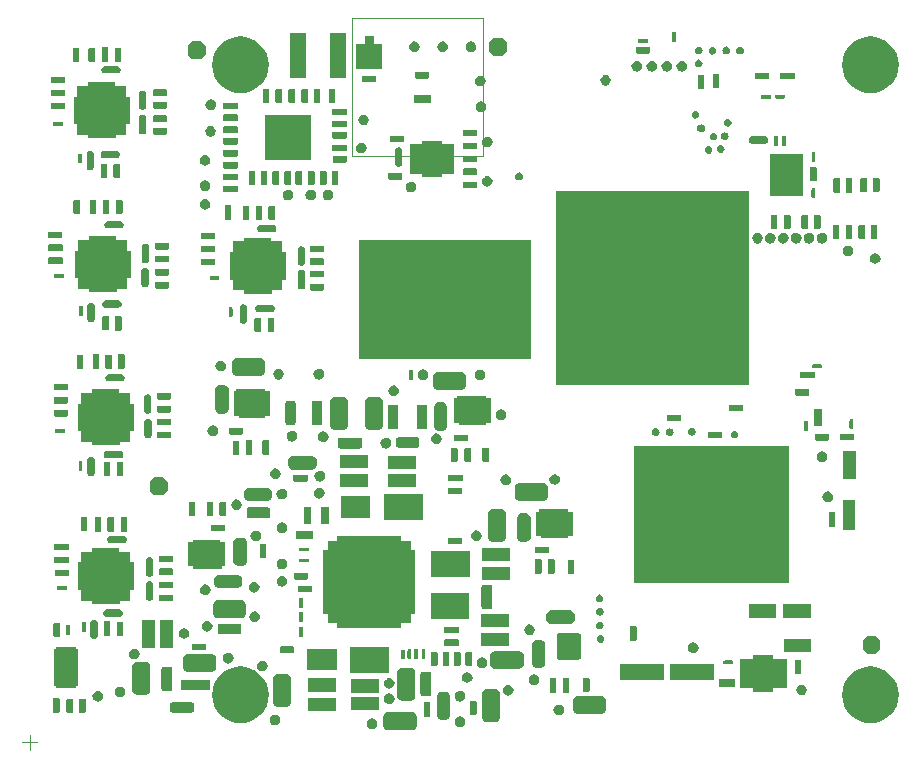
<source format=gbr>
%TF.GenerationSoftware,Altium Limited,Altium Designer,25.7.1 (20)*%
G04 Layer_Color=14454748*
%FSLAX45Y45*%
%MOMM*%
%TF.SameCoordinates,1AA72D45-9F13-4BD8-B423-63960E99F270*%
%TF.FilePolarity,Positive*%
%TF.FileFunction,Other,Top_Component_Outline*%
%TF.Part,Single*%
G01*
G75*
%TA.AperFunction,NonConductor*%
%ADD108C,0.02540*%
G36*
X5471516Y6003874D02*
X5473014D01*
Y5940882D01*
X5471516D01*
Y5930671D01*
X5441493D01*
Y5940882D01*
X5439994D01*
Y6003874D01*
X5441493D01*
Y6014085D01*
X5471516D01*
Y6003874D01*
D02*
G37*
G36*
X5222494Y5950128D02*
X5232705D01*
Y5920105D01*
X5222494D01*
Y5918606D01*
X5159502D01*
Y5920105D01*
X5149291D01*
Y5950128D01*
X5159502D01*
Y5951626D01*
X5222494D01*
Y5950128D01*
D02*
G37*
G36*
X3754750Y5930988D02*
X3769453Y5921164D01*
X3775984Y5911390D01*
X3779278Y5906460D01*
X3782728Y5889117D01*
X3779278Y5871774D01*
X3769453Y5857070D01*
X3754750Y5847246D01*
X3737407Y5843796D01*
X3720063Y5847246D01*
X3705360Y5857070D01*
X3695536Y5871774D01*
X3692086Y5889117D01*
X3695536Y5906460D01*
X3698830Y5911390D01*
X3705360Y5921164D01*
X3720063Y5930988D01*
X3737407Y5934438D01*
X3754750Y5930988D01*
D02*
G37*
G36*
X3515584D02*
X3530287Y5921164D01*
X3536818Y5911390D01*
X3540111Y5906460D01*
X3543561Y5889117D01*
X3540111Y5871774D01*
X3530287Y5857070D01*
X3515584Y5847246D01*
X3498240Y5843796D01*
X3480897Y5847246D01*
X3466194Y5857070D01*
X3456370Y5871774D01*
X3452920Y5889117D01*
X3456370Y5906460D01*
X3459663Y5911390D01*
X3466194Y5921164D01*
X3480897Y5930988D01*
X3498240Y5934438D01*
X3515584Y5930988D01*
D02*
G37*
G36*
X3276417D02*
X3291121Y5921164D01*
X3297651Y5911390D01*
X3300945Y5906460D01*
X3304395Y5889117D01*
X3300945Y5871774D01*
X3291121Y5857070D01*
X3276417Y5847246D01*
X3259074Y5843796D01*
X3241731Y5847246D01*
X3227027Y5857070D01*
X3217203Y5871774D01*
X3213753Y5889117D01*
X3217203Y5906460D01*
X3220497Y5911390D01*
X3227027Y5921164D01*
X3241731Y5930988D01*
X3259074Y5934438D01*
X3276417Y5930988D01*
D02*
G37*
G36*
X5248554Y5883021D02*
X5256454D01*
Y5832221D01*
X5248554D01*
Y5830113D01*
X5143551D01*
Y5832221D01*
X5135651D01*
Y5883021D01*
X5143551D01*
Y5885129D01*
X5248554D01*
Y5883021D01*
D02*
G37*
G36*
X5911150Y5887163D02*
X5921712Y5880106D01*
X5928768Y5869545D01*
X5931246Y5857088D01*
X5928768Y5844630D01*
X5921712Y5834069D01*
X5911150Y5827012D01*
X5898693Y5824534D01*
X5886235Y5827012D01*
X5882695Y5829378D01*
X5875674Y5834069D01*
X5868617Y5844630D01*
X5866139Y5857088D01*
X5868617Y5869545D01*
X5875674Y5880106D01*
X5882695Y5884797D01*
X5886235Y5887163D01*
X5898693Y5889641D01*
X5911150Y5887163D01*
D02*
G37*
G36*
X5679477Y5886680D02*
X5690038Y5879624D01*
X5697095Y5869063D01*
X5699573Y5856605D01*
X5697095Y5844147D01*
X5690038Y5833586D01*
X5679477Y5826530D01*
X5667019Y5824052D01*
X5654562Y5826530D01*
X5651021Y5828895D01*
X5644001Y5833586D01*
X5636944Y5844147D01*
X5634466Y5856605D01*
X5636944Y5869063D01*
X5644001Y5879624D01*
X5651021Y5884315D01*
X5654562Y5886680D01*
X5667019Y5889158D01*
X5679477Y5886680D01*
D02*
G37*
G36*
X6028219Y5884725D02*
X6038780Y5877668D01*
X6045837Y5867107D01*
X6048315Y5854649D01*
X6045837Y5842192D01*
X6038780Y5831630D01*
X6028219Y5824574D01*
X6015761Y5822096D01*
X6003304Y5824574D01*
X5999763Y5826940D01*
X5992743Y5831630D01*
X5985686Y5842192D01*
X5983208Y5854649D01*
X5985686Y5867107D01*
X5992743Y5877668D01*
X5999763Y5882359D01*
X6003304Y5884725D01*
X6015761Y5887203D01*
X6028219Y5884725D01*
D02*
G37*
G36*
X5794895Y5883912D02*
X5805456Y5876855D01*
X5812512Y5866294D01*
X5814990Y5853836D01*
X5812512Y5841379D01*
X5805456Y5830818D01*
X5794895Y5823761D01*
X5782437Y5821283D01*
X5769979Y5823761D01*
X5766439Y5826127D01*
X5759418Y5830818D01*
X5752362Y5841379D01*
X5749884Y5853836D01*
X5752362Y5866294D01*
X5759418Y5876855D01*
X5766439Y5881546D01*
X5769979Y5883912D01*
X5782437Y5886390D01*
X5794895Y5883912D01*
D02*
G37*
G36*
X4040886Y5926963D02*
Y5851271D01*
X4002786Y5813171D01*
X3927094D01*
X3888994Y5851271D01*
Y5926963D01*
X3927094Y5965063D01*
X4002786D01*
X4040886Y5926963D01*
D02*
G37*
G36*
X1493520Y5895975D02*
Y5820283D01*
X1455420Y5782183D01*
X1379728D01*
X1341628Y5820283D01*
Y5895975D01*
X1379728Y5934075D01*
X1455420D01*
X1493520Y5895975D01*
D02*
G37*
G36*
X664108Y5873801D02*
X666217D01*
Y5768797D01*
X664108D01*
Y5760898D01*
X613308D01*
Y5768797D01*
X611200D01*
Y5873801D01*
X613308D01*
Y5881700D01*
X664108D01*
Y5873801D01*
D02*
G37*
G36*
X773582Y5872328D02*
X775691D01*
Y5767324D01*
X773582D01*
Y5759425D01*
X722782D01*
Y5767324D01*
X720674D01*
Y5872328D01*
X722782D01*
Y5880227D01*
X773582D01*
Y5872328D01*
D02*
G37*
G36*
X551383Y5872302D02*
X553491D01*
Y5767299D01*
X551383D01*
Y5759399D01*
X500583D01*
Y5767299D01*
X498475D01*
Y5872302D01*
X500583D01*
Y5880202D01*
X551383D01*
Y5872302D01*
D02*
G37*
G36*
X417170Y5870727D02*
X419278D01*
Y5765724D01*
X417170D01*
Y5757824D01*
X366370D01*
Y5765724D01*
X364261D01*
Y5870727D01*
X366370D01*
Y5878627D01*
X417170D01*
Y5870727D01*
D02*
G37*
G36*
X5678258Y5777333D02*
X5688819Y5770277D01*
X5695876Y5759716D01*
X5698354Y5747258D01*
X5695876Y5734800D01*
X5688819Y5724239D01*
X5678258Y5717183D01*
X5665800Y5714705D01*
X5653343Y5717183D01*
X5649802Y5719548D01*
X5642781Y5724239D01*
X5635725Y5734800D01*
X5633247Y5747258D01*
X5635725Y5759716D01*
X5642781Y5770277D01*
X5649802Y5774968D01*
X5653343Y5777333D01*
X5665800Y5779811D01*
X5678258Y5777333D01*
D02*
G37*
G36*
X2913228Y5907837D02*
X2987650D01*
Y5700624D01*
X2767686D01*
Y5907837D01*
X2842108D01*
Y5979871D01*
X2913228D01*
Y5907837D01*
D02*
G37*
G36*
X5539811Y5762713D02*
X5554515Y5752889D01*
X5564339Y5738185D01*
X5567789Y5720842D01*
X5564339Y5703499D01*
X5554515Y5688795D01*
X5539811Y5678971D01*
X5522468Y5675521D01*
X5505125Y5678971D01*
X5500195Y5682265D01*
X5490421Y5688795D01*
X5480597Y5703499D01*
X5477147Y5720842D01*
X5480597Y5738185D01*
X5490421Y5752889D01*
X5500195Y5759419D01*
X5505125Y5762713D01*
X5522468Y5766163D01*
X5539811Y5762713D01*
D02*
G37*
G36*
X5412811D02*
X5427515Y5752889D01*
X5437339Y5738185D01*
X5440789Y5720842D01*
X5437339Y5703499D01*
X5427515Y5688795D01*
X5412811Y5678971D01*
X5395468Y5675521D01*
X5378125Y5678971D01*
X5373195Y5682265D01*
X5363421Y5688795D01*
X5353597Y5703499D01*
X5350147Y5720842D01*
X5353597Y5738185D01*
X5363421Y5752889D01*
X5373195Y5759419D01*
X5378125Y5762713D01*
X5395468Y5766163D01*
X5412811Y5762713D01*
D02*
G37*
G36*
X5285811D02*
X5300515Y5752889D01*
X5310339Y5738185D01*
X5313789Y5720842D01*
X5310339Y5703499D01*
X5300515Y5688795D01*
X5285811Y5678971D01*
X5268468Y5675521D01*
X5251125Y5678971D01*
X5246195Y5682265D01*
X5236421Y5688795D01*
X5226597Y5703499D01*
X5223147Y5720842D01*
X5226597Y5738185D01*
X5236421Y5752889D01*
X5246195Y5759419D01*
X5251125Y5762713D01*
X5268468Y5766163D01*
X5285811Y5762713D01*
D02*
G37*
G36*
X5158811D02*
X5173515Y5752889D01*
X5183339Y5738185D01*
X5186789Y5720842D01*
X5183339Y5703499D01*
X5173515Y5688795D01*
X5158811Y5678971D01*
X5141468Y5675521D01*
X5124125Y5678971D01*
X5119195Y5682265D01*
X5109421Y5688795D01*
X5099597Y5703499D01*
X5096147Y5720842D01*
X5099597Y5738185D01*
X5109421Y5752889D01*
X5119195Y5759419D01*
X5124125Y5762713D01*
X5141468Y5766163D01*
X5158811Y5762713D01*
D02*
G37*
G36*
X759690Y5719920D02*
X768622Y5710989D01*
X773455Y5699319D01*
Y5686688D01*
X768622Y5675019D01*
X759690Y5666087D01*
X748021Y5661254D01*
X633790D01*
X622121Y5666087D01*
X613189Y5675019D01*
X608355Y5686688D01*
Y5699319D01*
X613189Y5710989D01*
X622121Y5719920D01*
X633790Y5724754D01*
X748021D01*
X759690Y5719920D01*
D02*
G37*
G36*
X2679598Y5624449D02*
X2542438D01*
Y6000369D01*
X2679598D01*
Y5624449D01*
D02*
G37*
G36*
X2339315D02*
X2202155D01*
Y6000369D01*
X2339315D01*
Y5624449D01*
D02*
G37*
G36*
X3378048Y5670779D02*
X3385947D01*
Y5619979D01*
X3378048D01*
Y5617870D01*
X3273044D01*
Y5619979D01*
X3265145D01*
Y5670779D01*
X3273044D01*
Y5672887D01*
X3378048D01*
Y5670779D01*
D02*
G37*
G36*
X6470193Y5665826D02*
X6478092D01*
Y5615026D01*
X6470193D01*
Y5612917D01*
X6365189D01*
Y5615026D01*
X6357290D01*
Y5665826D01*
X6365189D01*
Y5667934D01*
X6470193D01*
Y5665826D01*
D02*
G37*
G36*
X6251931Y5664073D02*
X6259830D01*
Y5613273D01*
X6251931D01*
Y5611165D01*
X6146927D01*
Y5613273D01*
X6139028D01*
Y5664073D01*
X6146927D01*
Y5666181D01*
X6251931D01*
Y5664073D01*
D02*
G37*
G36*
X2926385Y5638394D02*
X2934284D01*
Y5587594D01*
X2926385D01*
Y5585485D01*
X2821381D01*
Y5587594D01*
X2813482D01*
Y5638394D01*
X2821381D01*
Y5640502D01*
X2926385D01*
Y5638394D01*
D02*
G37*
G36*
X292049Y5629427D02*
X299949D01*
Y5578627D01*
X292049D01*
Y5576519D01*
X187046D01*
Y5578627D01*
X179146D01*
Y5629427D01*
X187046D01*
Y5631536D01*
X292049D01*
Y5629427D01*
D02*
G37*
G36*
X4893966Y5645314D02*
X4908669Y5635490D01*
X4918493Y5620787D01*
X4921943Y5603443D01*
X4918493Y5586100D01*
X4908669Y5571397D01*
X4893966Y5561572D01*
X4876622Y5558122D01*
X4859279Y5561572D01*
X4854349Y5564866D01*
X4844576Y5571397D01*
X4834751Y5586100D01*
X4831301Y5603443D01*
X4834751Y5620787D01*
X4844576Y5635490D01*
X4854349Y5642020D01*
X4859279Y5645314D01*
X4876622Y5648764D01*
X4893966Y5645314D01*
D02*
G37*
G36*
X3834252Y5638278D02*
X3848955Y5628454D01*
X3855486Y5618680D01*
X3858780Y5613751D01*
X3862230Y5596407D01*
X3858780Y5579064D01*
X3848955Y5564361D01*
X3834252Y5554537D01*
X3816909Y5551087D01*
X3799565Y5554537D01*
X3784862Y5564361D01*
X3775038Y5579064D01*
X3771588Y5596407D01*
X3775038Y5613751D01*
X3778332Y5618680D01*
X3784862Y5628454D01*
X3799565Y5638278D01*
X3816909Y5641728D01*
X3834252Y5638278D01*
D02*
G37*
G36*
X5838114Y5649265D02*
X5840222D01*
Y5544261D01*
X5838114D01*
Y5536362D01*
X5787314D01*
Y5544261D01*
X5785206D01*
Y5649265D01*
X5787314D01*
Y5657164D01*
X5838114D01*
Y5649265D01*
D02*
G37*
G36*
X5710428Y5642331D02*
X5712536D01*
Y5537327D01*
X5710428D01*
Y5529428D01*
X5659628D01*
Y5537327D01*
X5657520D01*
Y5642331D01*
X5659628D01*
Y5650230D01*
X5710428D01*
Y5642331D01*
D02*
G37*
G36*
X7166323Y5970295D02*
X7211330Y5956643D01*
X7252808Y5934472D01*
X7289164Y5904635D01*
X7319001Y5868280D01*
X7341171Y5826801D01*
X7354824Y5781795D01*
X7359434Y5734990D01*
X7354824Y5688185D01*
X7341171Y5643178D01*
X7319001Y5601700D01*
X7289164Y5565344D01*
X7252808Y5535508D01*
X7211330Y5513337D01*
X7166323Y5499684D01*
X7119518Y5495075D01*
X7072713Y5499684D01*
X7027707Y5513337D01*
X7000074Y5528107D01*
X6986229Y5535508D01*
X6949873Y5565344D01*
X6920036Y5601700D01*
X6897866Y5643178D01*
X6884213Y5688185D01*
X6879603Y5734990D01*
X6884213Y5781795D01*
X6897866Y5826801D01*
X6920036Y5868280D01*
X6949873Y5904635D01*
X6986229Y5934472D01*
X7000074Y5941873D01*
X7027707Y5956643D01*
X7072713Y5970295D01*
X7119518Y5974905D01*
X7166323Y5970295D01*
D02*
G37*
G36*
X1832323D02*
X1877330Y5956643D01*
X1918808Y5934472D01*
X1955164Y5904635D01*
X1985001Y5868280D01*
X2007171Y5826801D01*
X2020824Y5781795D01*
X2025434Y5734990D01*
X2020824Y5688185D01*
X2007171Y5643178D01*
X1985001Y5601700D01*
X1955164Y5565344D01*
X1918808Y5535508D01*
X1877330Y5513337D01*
X1832323Y5499684D01*
X1785518Y5495075D01*
X1738713Y5499684D01*
X1693707Y5513337D01*
X1666074Y5528107D01*
X1652229Y5535508D01*
X1615873Y5565344D01*
X1586036Y5601700D01*
X1563866Y5643178D01*
X1550213Y5688185D01*
X1545603Y5734990D01*
X1550213Y5781795D01*
X1563866Y5826801D01*
X1586036Y5868280D01*
X1615873Y5904635D01*
X1652229Y5934472D01*
X1666074Y5941873D01*
X1693707Y5956643D01*
X1738713Y5970295D01*
X1785518Y5974905D01*
X1832323Y5970295D01*
D02*
G37*
G36*
X1154862Y5525008D02*
X1162761D01*
Y5474208D01*
X1154862D01*
Y5472100D01*
X1049858D01*
Y5474208D01*
X1041959D01*
Y5525008D01*
X1049858D01*
Y5527116D01*
X1154862D01*
Y5525008D01*
D02*
G37*
G36*
X292811Y5522290D02*
X300711D01*
Y5471490D01*
X292811D01*
Y5469382D01*
X187808D01*
Y5471490D01*
X179908D01*
Y5522290D01*
X187808D01*
Y5524398D01*
X292811D01*
Y5522290D01*
D02*
G37*
G36*
X6383884Y5479745D02*
X6394094D01*
Y5449722D01*
X6383884D01*
Y5448224D01*
X6320892D01*
Y5449722D01*
X6310681D01*
Y5479745D01*
X6320892D01*
Y5481244D01*
X6383884D01*
Y5479745D01*
D02*
G37*
G36*
X6266536Y5478348D02*
X6276746D01*
Y5448325D01*
X6266536D01*
Y5446827D01*
X6203544D01*
Y5448325D01*
X6193333D01*
Y5478348D01*
X6203544D01*
Y5479847D01*
X6266536D01*
Y5478348D01*
D02*
G37*
G36*
X3399968Y5412054D02*
X3259252D01*
Y5477078D01*
X3399968D01*
Y5412054D01*
D02*
G37*
G36*
X2585491Y5523535D02*
X2587600D01*
Y5418531D01*
X2585491D01*
Y5410632D01*
X2534691D01*
Y5418531D01*
X2532583D01*
Y5523535D01*
X2534691D01*
Y5531434D01*
X2585491D01*
Y5523535D01*
D02*
G37*
G36*
X2461362D02*
X2463470D01*
Y5418531D01*
X2461362D01*
Y5410632D01*
X2410562D01*
Y5418531D01*
X2408453D01*
Y5523535D01*
X2410562D01*
Y5531434D01*
X2461362D01*
Y5523535D01*
D02*
G37*
G36*
X2354834Y5523357D02*
X2356942D01*
Y5418353D01*
X2354834D01*
Y5410454D01*
X2304034D01*
Y5418353D01*
X2301926D01*
Y5523357D01*
X2304034D01*
Y5531256D01*
X2354834D01*
Y5523357D01*
D02*
G37*
G36*
X2243785Y5520995D02*
X2245893D01*
Y5415991D01*
X2243785D01*
Y5408092D01*
X2192985D01*
Y5415991D01*
X2190877D01*
Y5520995D01*
X2192985D01*
Y5528894D01*
X2243785D01*
Y5520995D01*
D02*
G37*
G36*
X2134845D02*
X2136953D01*
Y5415991D01*
X2134845D01*
Y5408092D01*
X2084045D01*
Y5415991D01*
X2081936D01*
Y5520995D01*
X2084045D01*
Y5528894D01*
X2134845D01*
Y5520995D01*
D02*
G37*
G36*
X2027657D02*
X2029765D01*
Y5415991D01*
X2027657D01*
Y5408092D01*
X1976857D01*
Y5415991D01*
X1974748D01*
Y5520995D01*
X1976857D01*
Y5528894D01*
X2027657D01*
Y5520995D01*
D02*
G37*
G36*
X1154862Y5415788D02*
X1162761D01*
Y5364988D01*
X1154862D01*
Y5362880D01*
X1049858D01*
Y5364988D01*
X1041959D01*
Y5415788D01*
X1049858D01*
Y5417896D01*
X1154862D01*
Y5415788D01*
D02*
G37*
G36*
X1754022Y5413121D02*
X1761922D01*
Y5362321D01*
X1754022D01*
Y5360213D01*
X1649019D01*
Y5362321D01*
X1641119D01*
Y5413121D01*
X1649019D01*
Y5415229D01*
X1754022D01*
Y5413121D01*
D02*
G37*
G36*
X292100Y5410886D02*
X299999D01*
Y5360086D01*
X292100D01*
Y5357978D01*
X187096D01*
Y5360086D01*
X179197D01*
Y5410886D01*
X187096D01*
Y5412994D01*
X292100D01*
Y5410886D01*
D02*
G37*
G36*
X975641Y5512097D02*
X984573Y5503166D01*
X989406Y5491496D01*
Y5485181D01*
Y5483911D01*
Y5383581D01*
Y5377265D01*
X984573Y5365596D01*
X975641Y5356664D01*
X963972Y5351831D01*
X951341D01*
X939671Y5356664D01*
X930740Y5365596D01*
X925906Y5377265D01*
Y5383581D01*
Y5485181D01*
Y5491496D01*
X930740Y5503166D01*
X939671Y5512097D01*
X951341Y5516931D01*
X963972D01*
X975641Y5512097D01*
D02*
G37*
G36*
X1551707Y5438609D02*
X1566410Y5428785D01*
X1576234Y5414081D01*
X1579684Y5396738D01*
X1576234Y5379395D01*
X1572940Y5374465D01*
X1566410Y5364691D01*
X1551707Y5354867D01*
X1534363Y5351417D01*
X1517020Y5354867D01*
X1502317Y5364691D01*
X1495786Y5374465D01*
X1492492Y5379395D01*
X1489042Y5396738D01*
X1492492Y5414081D01*
X1502317Y5428785D01*
X1517020Y5438609D01*
X1534363Y5442059D01*
X1551707Y5438609D01*
D02*
G37*
G36*
X3839586Y5422632D02*
X3854289Y5412808D01*
X3860820Y5403034D01*
X3864114Y5398105D01*
X3867564Y5380761D01*
X3864114Y5363418D01*
X3854289Y5348715D01*
X3839586Y5338891D01*
X3822243Y5335441D01*
X3804899Y5338891D01*
X3790196Y5348715D01*
X3780372Y5363418D01*
X3776922Y5380761D01*
X3780372Y5398105D01*
X3783666Y5403034D01*
X3790196Y5412808D01*
X3804899Y5422632D01*
X3822243Y5426082D01*
X3839586Y5422632D01*
D02*
G37*
G36*
X2676957Y5358359D02*
X2684856D01*
Y5307559D01*
X2676957D01*
Y5305450D01*
X2571953D01*
Y5307559D01*
X2564054D01*
Y5358359D01*
X2571953D01*
Y5360467D01*
X2676957D01*
Y5358359D01*
D02*
G37*
G36*
X5650292Y5342181D02*
X5660854Y5335124D01*
X5667910Y5324563D01*
X5670388Y5312105D01*
X5667910Y5299648D01*
X5665544Y5296107D01*
X5660854Y5289086D01*
X5650292Y5282030D01*
X5637835Y5279552D01*
X5625377Y5282030D01*
X5614816Y5289086D01*
X5610125Y5296107D01*
X5607759Y5299648D01*
X5605281Y5312105D01*
X5607759Y5324563D01*
X5614816Y5335124D01*
X5625377Y5342181D01*
X5637835Y5344659D01*
X5650292Y5342181D01*
D02*
G37*
G36*
X1754022Y5312385D02*
X1761922D01*
Y5261585D01*
X1754022D01*
Y5259476D01*
X1649019D01*
Y5261585D01*
X1641119D01*
Y5312385D01*
X1649019D01*
Y5314493D01*
X1754022D01*
Y5312385D01*
D02*
G37*
G36*
X1154862Y5304536D02*
X1162761D01*
Y5253736D01*
X1154862D01*
Y5251628D01*
X1049858D01*
Y5253736D01*
X1041959D01*
Y5304536D01*
X1049858D01*
Y5306644D01*
X1154862D01*
Y5304536D01*
D02*
G37*
G36*
X2845049Y5310161D02*
X2859752Y5300337D01*
X2869577Y5285634D01*
X2873027Y5268290D01*
X2869577Y5250947D01*
X2859752Y5236244D01*
X2845049Y5226419D01*
X2827706Y5222969D01*
X2810362Y5226419D01*
X2805433Y5229713D01*
X2795659Y5236244D01*
X2785835Y5250947D01*
X2782385Y5268290D01*
X2785835Y5285634D01*
X2795659Y5300337D01*
X2805433Y5306867D01*
X2810362Y5310161D01*
X2827706Y5313611D01*
X2845049Y5310161D01*
D02*
G37*
G36*
X271755Y5247437D02*
X281965D01*
Y5217414D01*
X271755D01*
Y5215915D01*
X208763D01*
Y5217414D01*
X198552D01*
Y5247437D01*
X208763D01*
Y5248935D01*
X271755D01*
Y5247437D01*
D02*
G37*
G36*
X5924485Y5274337D02*
X5935047Y5267281D01*
X5942103Y5256719D01*
X5944581Y5244262D01*
X5942103Y5231804D01*
X5935047Y5221243D01*
X5924485Y5214186D01*
X5912028Y5211708D01*
X5899570Y5214186D01*
X5896030Y5216552D01*
X5889009Y5221243D01*
X5881952Y5231804D01*
X5879474Y5244262D01*
X5881952Y5256719D01*
X5889009Y5267281D01*
X5896030Y5271971D01*
X5899570Y5274337D01*
X5912028Y5276815D01*
X5924485Y5274337D01*
D02*
G37*
G36*
X2676957Y5257622D02*
X2684856D01*
Y5206822D01*
X2676957D01*
Y5204714D01*
X2571953D01*
Y5206822D01*
X2564054D01*
Y5257622D01*
X2571953D01*
Y5259730D01*
X2676957D01*
Y5257622D01*
D02*
G37*
G36*
X5697994Y5228744D02*
X5708555Y5221688D01*
X5715611Y5211126D01*
X5718089Y5198669D01*
X5715611Y5186211D01*
X5708555Y5175650D01*
X5697994Y5168593D01*
X5685536Y5166115D01*
X5673078Y5168593D01*
X5669538Y5170959D01*
X5662517Y5175650D01*
X5655461Y5186211D01*
X5652983Y5198669D01*
X5655461Y5211126D01*
X5662517Y5221688D01*
X5669538Y5226378D01*
X5673078Y5228744D01*
X5685536Y5231222D01*
X5697994Y5228744D01*
D02*
G37*
G36*
X1754022Y5211648D02*
X1761922D01*
Y5160848D01*
X1754022D01*
Y5158740D01*
X1649019D01*
Y5160848D01*
X1641119D01*
Y5211648D01*
X1649019D01*
Y5213756D01*
X1754022D01*
Y5211648D01*
D02*
G37*
G36*
X974955Y5305773D02*
X983887Y5296842D01*
X988720Y5285172D01*
Y5278857D01*
Y5277587D01*
Y5177257D01*
Y5170941D01*
X983887Y5159272D01*
X974955Y5150340D01*
X963286Y5145507D01*
X950655D01*
X938985Y5150340D01*
X930054Y5159272D01*
X925220Y5170941D01*
Y5177257D01*
Y5178527D01*
Y5278857D01*
Y5285172D01*
X930054Y5296842D01*
X938985Y5305773D01*
X950655Y5310607D01*
X963286D01*
X974955Y5305773D01*
D02*
G37*
G36*
X1154862Y5195570D02*
X1162761D01*
Y5144770D01*
X1154862D01*
Y5142662D01*
X1049858D01*
Y5144770D01*
X1041959D01*
Y5195570D01*
X1049858D01*
Y5197678D01*
X1154862D01*
Y5195570D01*
D02*
G37*
G36*
X3781806Y5180736D02*
X3789705D01*
Y5129936D01*
X3781806D01*
Y5127828D01*
X3676802D01*
Y5129936D01*
X3668903D01*
Y5180736D01*
X3676802D01*
Y5182845D01*
X3781806D01*
Y5180736D01*
D02*
G37*
G36*
X1549776Y5213006D02*
X1564479Y5203182D01*
X1574304Y5188479D01*
X1577754Y5171135D01*
X1574304Y5153792D01*
X1571010Y5148862D01*
X1564479Y5139089D01*
X1549776Y5129264D01*
X1532433Y5125814D01*
X1515089Y5129264D01*
X1500386Y5139089D01*
X1493856Y5148862D01*
X1490562Y5153792D01*
X1487112Y5171135D01*
X1490562Y5188479D01*
X1500386Y5203182D01*
X1515089Y5213006D01*
X1532433Y5216456D01*
X1549776Y5213006D01*
D02*
G37*
G36*
X726084Y5556148D02*
X818286D01*
Y5463946D01*
X847674D01*
Y5233391D01*
X818286D01*
Y5141163D01*
X731164D01*
Y5111775D01*
X495503D01*
Y5141163D01*
X403301D01*
Y5233391D01*
X373939D01*
Y5463921D01*
X403301D01*
Y5556148D01*
X495503D01*
Y5585587D01*
X726084D01*
Y5556148D01*
D02*
G37*
G36*
X2677033Y5163515D02*
X2684932D01*
Y5112715D01*
X2677033D01*
Y5110607D01*
X2572029D01*
Y5112715D01*
X2564130D01*
Y5163515D01*
X2572029D01*
Y5165623D01*
X2677033D01*
Y5163515D01*
D02*
G37*
G36*
X5900508Y5160926D02*
X5911069Y5153870D01*
X5918126Y5143308D01*
X5920604Y5130851D01*
X5918126Y5118393D01*
X5911069Y5107832D01*
X5900508Y5100775D01*
X5888050Y5098297D01*
X5875593Y5100775D01*
X5872052Y5103141D01*
X5865031Y5107832D01*
X5857975Y5118393D01*
X5855497Y5130851D01*
X5857975Y5143308D01*
X5865031Y5153870D01*
X5872052Y5158560D01*
X5875593Y5160926D01*
X5888050Y5163404D01*
X5900508Y5160926D01*
D02*
G37*
G36*
X5804267Y5158615D02*
X5814828Y5151558D01*
X5821885Y5140997D01*
X5824363Y5128539D01*
X5821885Y5116082D01*
X5814828Y5105521D01*
X5804267Y5098464D01*
X5791810Y5095986D01*
X5779352Y5098464D01*
X5775811Y5100830D01*
X5768791Y5105521D01*
X5761734Y5116082D01*
X5759256Y5128539D01*
X5761734Y5140997D01*
X5768791Y5151558D01*
X5775811Y5156249D01*
X5779352Y5158615D01*
X5791810Y5161093D01*
X5804267Y5158615D01*
D02*
G37*
G36*
X3160852Y5130597D02*
X3168752D01*
Y5079797D01*
X3160852D01*
Y5077689D01*
X3055849D01*
Y5079797D01*
X3047949D01*
Y5130597D01*
X3055849D01*
Y5132705D01*
X3160852D01*
Y5130597D01*
D02*
G37*
G36*
X6240071Y5126601D02*
X6249002Y5117670D01*
X6253836Y5106001D01*
Y5093370D01*
X6249002Y5081700D01*
X6240071Y5072769D01*
X6228401Y5067935D01*
X6114170D01*
X6102501Y5072769D01*
X6093569Y5081700D01*
X6088736Y5093370D01*
Y5106001D01*
X6093569Y5117670D01*
X6102501Y5126601D01*
X6114170Y5131435D01*
X6228401D01*
X6240071Y5126601D01*
D02*
G37*
G36*
X1754022Y5110912D02*
X1761922D01*
Y5060112D01*
X1754022D01*
Y5058004D01*
X1649019D01*
Y5060112D01*
X1641119D01*
Y5110912D01*
X1649019D01*
Y5113020D01*
X1754022D01*
Y5110912D01*
D02*
G37*
G36*
X6334023Y5120818D02*
X6335522D01*
Y5057826D01*
X6334023D01*
Y5047615D01*
X6304001D01*
Y5057826D01*
X6302502D01*
Y5120818D01*
X6304001D01*
Y5131029D01*
X6334023D01*
Y5120818D01*
D02*
G37*
G36*
X6402324Y5120615D02*
X6403823D01*
Y5057623D01*
X6402324D01*
Y5047412D01*
X6372301D01*
Y5057623D01*
X6370803D01*
Y5120615D01*
X6372301D01*
Y5130825D01*
X6402324D01*
Y5120615D01*
D02*
G37*
G36*
X3894247Y5122861D02*
X3908950Y5113037D01*
X3918774Y5098334D01*
X3922224Y5080991D01*
X3918774Y5063647D01*
X3908950Y5048944D01*
X3894247Y5039120D01*
X3876904Y5035670D01*
X3859560Y5039120D01*
X3854631Y5042413D01*
X3844857Y5048944D01*
X3835033Y5063647D01*
X3831583Y5080991D01*
X3835033Y5098334D01*
X3844857Y5113037D01*
X3854631Y5119568D01*
X3859560Y5122861D01*
X3876904Y5126311D01*
X3894247Y5122861D01*
D02*
G37*
G36*
X3781806Y5073040D02*
X3789705D01*
Y5022240D01*
X3781806D01*
Y5020132D01*
X3676802D01*
Y5022240D01*
X3668903D01*
Y5073040D01*
X3676802D01*
Y5075149D01*
X3781806D01*
Y5073040D01*
D02*
G37*
G36*
X2676957Y5056149D02*
X2684856D01*
Y5005349D01*
X2676957D01*
Y5003241D01*
X2571953D01*
Y5005349D01*
X2564054D01*
Y5056149D01*
X2571953D01*
Y5058258D01*
X2676957D01*
Y5056149D01*
D02*
G37*
G36*
X5864668Y5051732D02*
X5875230Y5044675D01*
X5882286Y5034114D01*
X5884764Y5021656D01*
X5882286Y5009199D01*
X5875230Y4998637D01*
X5864668Y4991581D01*
X5852211Y4989103D01*
X5839753Y4991581D01*
X5836213Y4993947D01*
X5829192Y4998637D01*
X5822135Y5009199D01*
X5819657Y5021656D01*
X5822135Y5034114D01*
X5829192Y5044675D01*
X5836213Y5049366D01*
X5839753Y5051732D01*
X5852211Y5054210D01*
X5864668Y5051732D01*
D02*
G37*
G36*
X2827117Y5072595D02*
X2841820Y5062771D01*
X2851644Y5048067D01*
X2855094Y5030724D01*
X2851644Y5013381D01*
X2841820Y4998677D01*
X2827117Y4988853D01*
X2809773Y4985403D01*
X2792430Y4988853D01*
X2787501Y4992147D01*
X2777727Y4998677D01*
X2767903Y5013381D01*
X2764453Y5030724D01*
X2767903Y5048067D01*
X2777727Y5062771D01*
X2787501Y5069301D01*
X2792430Y5072595D01*
X2809773Y5076045D01*
X2827117Y5072595D01*
D02*
G37*
G36*
X5760452Y5043578D02*
X5771013Y5036522D01*
X5778070Y5025960D01*
X5780548Y5013503D01*
X5778070Y5001045D01*
X5771013Y4990484D01*
X5760452Y4983427D01*
X5747995Y4980949D01*
X5735537Y4983427D01*
X5731996Y4985793D01*
X5724976Y4990484D01*
X5717919Y5001045D01*
X5715441Y5013503D01*
X5717919Y5025960D01*
X5724976Y5036522D01*
X5731996Y5041212D01*
X5735537Y5043578D01*
X5747995Y5046056D01*
X5760452Y5043578D01*
D02*
G37*
G36*
X1754022Y5010175D02*
X1761922D01*
Y4959375D01*
X1754022D01*
Y4957267D01*
X1649019D01*
Y4959375D01*
X1641119D01*
Y5010175D01*
X1649019D01*
Y5012284D01*
X1754022D01*
Y5010175D01*
D02*
G37*
G36*
X752782Y5001964D02*
X761713Y4993032D01*
X766547Y4981363D01*
Y4968732D01*
X761713Y4957062D01*
X752782Y4948131D01*
X741112Y4943297D01*
X626881D01*
X615212Y4948131D01*
X606280Y4957062D01*
X601447Y4968732D01*
Y4981363D01*
X606280Y4993032D01*
X615212Y5001964D01*
X626881Y5006797D01*
X741112D01*
X752782Y5001964D01*
D02*
G37*
G36*
X2379726Y4931308D02*
X1997151D01*
Y5313883D01*
X2379726D01*
Y4931308D01*
D02*
G37*
G36*
X6652870Y4985309D02*
X6654368D01*
Y4922317D01*
X6652870D01*
Y4912106D01*
X6622847D01*
Y4922317D01*
X6621348D01*
Y4985309D01*
X6622847D01*
Y4995520D01*
X6652870D01*
Y4985309D01*
D02*
G37*
G36*
X3781806Y4964074D02*
X3789705D01*
Y4913274D01*
X3781806D01*
Y4911166D01*
X3676802D01*
Y4913274D01*
X3668903D01*
Y4964074D01*
X3676802D01*
Y4966183D01*
X3781806D01*
Y4964074D01*
D02*
G37*
G36*
X2678506Y4958715D02*
X2686406D01*
Y4907915D01*
X2678506D01*
Y4905807D01*
X2573503D01*
Y4907915D01*
X2565603D01*
Y4958715D01*
X2573503D01*
Y4960823D01*
X2678506D01*
Y4958715D01*
D02*
G37*
G36*
X441833Y4973117D02*
X443332D01*
Y4910125D01*
X441833D01*
Y4899914D01*
X411810D01*
Y4910125D01*
X410312D01*
Y4973117D01*
X411810D01*
Y4983328D01*
X441833D01*
Y4973117D01*
D02*
G37*
G36*
X1503218Y4967439D02*
X1517921Y4957615D01*
X1527745Y4942911D01*
X1531195Y4925568D01*
X1527745Y4908225D01*
X1524452Y4903295D01*
X1517921Y4893521D01*
X1503218Y4883697D01*
X1485875Y4880247D01*
X1468531Y4883697D01*
X1453828Y4893521D01*
X1447297Y4903295D01*
X1444004Y4908225D01*
X1440554Y4925568D01*
X1444004Y4942911D01*
X1453828Y4957615D01*
X1468531Y4967439D01*
X1485875Y4970889D01*
X1503218Y4967439D01*
D02*
G37*
G36*
X3143201Y5029726D02*
X3152132Y5020794D01*
X3156966Y5009125D01*
Y5002809D01*
Y4901209D01*
Y4894894D01*
X3152132Y4883225D01*
X3143201Y4874293D01*
X3131531Y4869459D01*
X3118900D01*
X3107231Y4874293D01*
X3098300Y4883225D01*
X3093466Y4894894D01*
Y4901209D01*
Y5002809D01*
Y5009125D01*
X3098300Y5020794D01*
X3107231Y5029726D01*
X3118900Y5034559D01*
X3131531D01*
X3143201Y5029726D01*
D02*
G37*
G36*
X1754022Y4909439D02*
X1761922D01*
Y4858639D01*
X1754022D01*
Y4856531D01*
X1649019D01*
Y4858639D01*
X1641119D01*
Y4909439D01*
X1649019D01*
Y4911547D01*
X1754022D01*
Y4909439D01*
D02*
G37*
G36*
X532436Y5001735D02*
X541368Y4992804D01*
X546202Y4981134D01*
Y4974819D01*
Y4873219D01*
Y4866903D01*
X541368Y4855234D01*
X532436Y4846302D01*
X520767Y4841469D01*
X508136D01*
X496467Y4846302D01*
X487535Y4855234D01*
X482702Y4866903D01*
Y4873219D01*
Y4974819D01*
Y4981134D01*
X487535Y4992804D01*
X496467Y5001735D01*
X508136Y5006569D01*
X520767D01*
X532436Y5001735D01*
D02*
G37*
G36*
X3781806Y4854854D02*
X3789705D01*
Y4804054D01*
X3781806D01*
Y4801946D01*
X3676802D01*
Y4804054D01*
X3668903D01*
Y4854854D01*
X3676802D01*
Y4856963D01*
X3781806D01*
Y4854854D01*
D02*
G37*
G36*
X3494811Y5063261D02*
X3595319D01*
Y4812259D01*
X3494811D01*
Y4785360D01*
X3319805D01*
Y4812259D01*
X3219298D01*
Y5063261D01*
X3319805D01*
Y5090160D01*
X3494811D01*
Y5063261D01*
D02*
G37*
G36*
X763067Y4889957D02*
X765175D01*
Y4784954D01*
X763067D01*
Y4777054D01*
X712267D01*
Y4784954D01*
X710159D01*
Y4889957D01*
X712267D01*
Y4897857D01*
X763067D01*
Y4889957D01*
D02*
G37*
G36*
X655625Y4889500D02*
X657733D01*
Y4784496D01*
X655625D01*
Y4776597D01*
X604825D01*
Y4784496D01*
X602717D01*
Y4889500D01*
X604825D01*
Y4897399D01*
X655625D01*
Y4889500D01*
D02*
G37*
G36*
X3150006Y4815535D02*
X3157906D01*
Y4764735D01*
X3150006D01*
Y4762627D01*
X3045003D01*
Y4764735D01*
X3037103D01*
Y4815535D01*
X3045003D01*
Y4817643D01*
X3150006D01*
Y4815535D01*
D02*
G37*
G36*
X4157153Y4821328D02*
X4167715Y4814272D01*
X4174771Y4803710D01*
X4177249Y4791253D01*
X4174771Y4778795D01*
X4167715Y4768234D01*
X4157153Y4761177D01*
X4144696Y4758699D01*
X4132238Y4761177D01*
X4128698Y4763543D01*
X4121677Y4768234D01*
X4114620Y4778795D01*
X4112142Y4791253D01*
X4114620Y4803710D01*
X4121677Y4814272D01*
X4128698Y4818962D01*
X4132238Y4821328D01*
X4144696Y4823806D01*
X4157153Y4821328D01*
D02*
G37*
G36*
X1754022Y4808703D02*
X1761922D01*
Y4757903D01*
X1754022D01*
Y4755794D01*
X1649019D01*
Y4757903D01*
X1641119D01*
Y4808703D01*
X1649019D01*
Y4810811D01*
X1754022D01*
Y4808703D01*
D02*
G37*
G36*
X6662877Y4859934D02*
X6664985D01*
Y4754931D01*
X6662877D01*
Y4747031D01*
X6612077D01*
Y4754931D01*
X6609969D01*
Y4859934D01*
X6612077D01*
Y4867834D01*
X6662877D01*
Y4859934D01*
D02*
G37*
G36*
X2610028Y4829658D02*
X2612136D01*
Y4724654D01*
X2610028D01*
Y4716755D01*
X2559228D01*
Y4724654D01*
X2557120D01*
Y4829658D01*
X2559228D01*
Y4837557D01*
X2610028D01*
Y4829658D01*
D02*
G37*
G36*
X2109140Y4828718D02*
X2111248D01*
Y4723714D01*
X2109140D01*
Y4715815D01*
X2058340D01*
Y4723714D01*
X2056232D01*
Y4828718D01*
X2058340D01*
Y4836617D01*
X2109140D01*
Y4828718D01*
D02*
G37*
G36*
X2513508Y4827880D02*
X2515616D01*
Y4722876D01*
X2513508D01*
Y4714977D01*
X2462708D01*
Y4722876D01*
X2460600D01*
Y4827880D01*
X2462708D01*
Y4835779D01*
X2513508D01*
Y4827880D01*
D02*
G37*
G36*
X2412771D02*
X2414880D01*
Y4722876D01*
X2412771D01*
Y4714977D01*
X2361971D01*
Y4722876D01*
X2359863D01*
Y4827880D01*
X2361971D01*
Y4835779D01*
X2412771D01*
Y4827880D01*
D02*
G37*
G36*
X2211299D02*
X2213407D01*
Y4722876D01*
X2211299D01*
Y4714977D01*
X2160499D01*
Y4722876D01*
X2158390D01*
Y4827880D01*
X2160499D01*
Y4835779D01*
X2211299D01*
Y4827880D01*
D02*
G37*
G36*
X2009826D02*
X2011934D01*
Y4722876D01*
X2009826D01*
Y4714977D01*
X1959026D01*
Y4722876D01*
X1956918D01*
Y4827880D01*
X1959026D01*
Y4835779D01*
X2009826D01*
Y4827880D01*
D02*
G37*
G36*
X1909089D02*
X1911198D01*
Y4722876D01*
X1909089D01*
Y4714977D01*
X1858289D01*
Y4722876D01*
X1856181D01*
Y4827880D01*
X1858289D01*
Y4835779D01*
X1909089D01*
Y4827880D01*
D02*
G37*
G36*
X2303018Y4827778D02*
X2305126D01*
Y4722774D01*
X2303018D01*
Y4714875D01*
X2252218D01*
Y4722774D01*
X2250110D01*
Y4827778D01*
X2252218D01*
Y4835677D01*
X2303018D01*
Y4827778D01*
D02*
G37*
G36*
X3894222Y4789969D02*
X3908925Y4780145D01*
X3918749Y4765442D01*
X3922199Y4748098D01*
X3918749Y4730755D01*
X3908925Y4716052D01*
X3894222Y4706227D01*
X3876878Y4702777D01*
X3859535Y4706227D01*
X3854605Y4709521D01*
X3844832Y4716052D01*
X3835007Y4730755D01*
X3831557Y4748098D01*
X3835007Y4765442D01*
X3844832Y4780145D01*
X3854605Y4786675D01*
X3859535Y4789969D01*
X3876878Y4793419D01*
X3894222Y4789969D01*
D02*
G37*
G36*
X3781806Y4743602D02*
X3789705D01*
Y4692802D01*
X3781806D01*
Y4690694D01*
X3676802D01*
Y4692802D01*
X3668903D01*
Y4743602D01*
X3676802D01*
Y4745711D01*
X3781806D01*
Y4743602D01*
D02*
G37*
G36*
X1504158Y4752301D02*
X1518861Y4742477D01*
X1528685Y4727773D01*
X1532135Y4710430D01*
X1528685Y4693087D01*
X1525392Y4688157D01*
X1518861Y4678383D01*
X1504158Y4668559D01*
X1486814Y4665109D01*
X1469471Y4668559D01*
X1454768Y4678383D01*
X1448237Y4688157D01*
X1444944Y4693087D01*
X1441494Y4710430D01*
X1444944Y4727773D01*
X1454768Y4742477D01*
X1469471Y4752301D01*
X1486814Y4755751D01*
X1504158Y4752301D01*
D02*
G37*
G36*
X7196099Y4768647D02*
X7198208D01*
Y4663643D01*
X7196099D01*
Y4655744D01*
X7145299D01*
Y4663643D01*
X7143191D01*
Y4768647D01*
X7145299D01*
Y4776546D01*
X7196099D01*
Y4768647D01*
D02*
G37*
G36*
X1754022Y4707966D02*
X1761922D01*
Y4657166D01*
X1754022D01*
Y4655058D01*
X1649019D01*
Y4657166D01*
X1641119D01*
Y4707966D01*
X1649019D01*
Y4710074D01*
X1754022D01*
Y4707966D01*
D02*
G37*
G36*
X3246445Y4741201D02*
X3261149Y4731377D01*
X3270973Y4716674D01*
X3274423Y4699330D01*
X3270973Y4681987D01*
X3261149Y4667284D01*
X3246445Y4657459D01*
X3229102Y4654009D01*
X3211759Y4657459D01*
X3206829Y4660753D01*
X3197055Y4667284D01*
X3187231Y4681987D01*
X3183781Y4699330D01*
X3187231Y4716674D01*
X3197055Y4731377D01*
X3206829Y4737907D01*
X3211759Y4741201D01*
X3229102Y4744651D01*
X3246445Y4741201D01*
D02*
G37*
G36*
X7088556Y4766640D02*
X7090664D01*
Y4661637D01*
X7088556D01*
Y4653737D01*
X7037756D01*
Y4661637D01*
X7035648D01*
Y4766640D01*
X7037756D01*
Y4774540D01*
X7088556D01*
Y4766640D01*
D02*
G37*
G36*
X6859194Y4766132D02*
X6861302D01*
Y4661129D01*
X6859194D01*
Y4653229D01*
X6808394D01*
Y4661129D01*
X6806286D01*
Y4766132D01*
X6808394D01*
Y4774032D01*
X6859194D01*
Y4766132D01*
D02*
G37*
G36*
X6965493Y4766107D02*
X6967601D01*
Y4661103D01*
X6965493D01*
Y4653204D01*
X6914693D01*
Y4661103D01*
X6912585D01*
Y4766107D01*
X6914693D01*
Y4774006D01*
X6965493D01*
Y4766107D01*
D02*
G37*
G36*
X6545631Y4619828D02*
X6266231D01*
Y4979543D01*
X6545631D01*
Y4619828D01*
D02*
G37*
G36*
X6652311Y4678147D02*
X6653809D01*
Y4615155D01*
X6652311D01*
Y4604944D01*
X6622288D01*
Y4615155D01*
X6620789D01*
Y4678147D01*
X6622288D01*
Y4688357D01*
X6652311D01*
Y4678147D01*
D02*
G37*
G36*
X2544694Y4673739D02*
X2559397Y4663914D01*
X2569222Y4649211D01*
X2572672Y4631868D01*
X2569222Y4614524D01*
X2559397Y4599821D01*
X2544694Y4589997D01*
X2527351Y4586547D01*
X2510007Y4589997D01*
X2505078Y4593291D01*
X2495304Y4599821D01*
X2485480Y4614524D01*
X2482030Y4631868D01*
X2485480Y4649211D01*
X2495304Y4663914D01*
X2505078Y4670445D01*
X2510007Y4673739D01*
X2527351Y4677189D01*
X2544694Y4673739D01*
D02*
G37*
G36*
X2204741Y4673688D02*
X2219444Y4663864D01*
X2229268Y4649160D01*
X2232718Y4631817D01*
X2229268Y4614474D01*
X2219444Y4599770D01*
X2204741Y4589946D01*
X2187397Y4586496D01*
X2170054Y4589946D01*
X2165124Y4593240D01*
X2155351Y4599770D01*
X2145526Y4614474D01*
X2142076Y4631817D01*
X2145526Y4649160D01*
X2155351Y4663864D01*
X2165124Y4670394D01*
X2170054Y4673688D01*
X2187397Y4677138D01*
X2204741Y4673688D01*
D02*
G37*
G36*
X2398441Y4673027D02*
X2413144Y4663203D01*
X2422968Y4648500D01*
X2426418Y4631157D01*
X2422968Y4613813D01*
X2419675Y4608884D01*
X2413144Y4599110D01*
X2398441Y4589286D01*
X2381098Y4585836D01*
X2363754Y4589286D01*
X2349051Y4599110D01*
X2342520Y4608884D01*
X2339227Y4613813D01*
X2335777Y4631157D01*
X2339227Y4648500D01*
X2349051Y4663203D01*
X2363754Y4673027D01*
X2381098Y4676477D01*
X2398441Y4673027D01*
D02*
G37*
G36*
X1504158Y4595151D02*
X1518861Y4585327D01*
X1528685Y4570624D01*
X1532135Y4553280D01*
X1528685Y4535937D01*
X1525392Y4531007D01*
X1518861Y4521234D01*
X1504158Y4511409D01*
X1486814Y4507959D01*
X1469471Y4511409D01*
X1454768Y4521234D01*
X1448237Y4531007D01*
X1444944Y4535937D01*
X1441494Y4553280D01*
X1444944Y4570624D01*
X1454768Y4585327D01*
X1469471Y4595151D01*
X1486814Y4598601D01*
X1504158Y4595151D01*
D02*
G37*
G36*
X785724Y4585462D02*
X787832D01*
Y4480458D01*
X785724D01*
Y4472559D01*
X734924D01*
Y4480458D01*
X732815D01*
Y4585462D01*
X734924D01*
Y4593361D01*
X785724D01*
Y4585462D01*
D02*
G37*
G36*
X674726Y4584395D02*
X676834D01*
Y4479392D01*
X674726D01*
Y4471492D01*
X623926D01*
Y4479392D01*
X621817D01*
Y4584395D01*
X623926D01*
Y4592295D01*
X674726D01*
Y4584395D01*
D02*
G37*
G36*
X562940Y4584370D02*
X565048D01*
Y4479366D01*
X562940D01*
Y4471467D01*
X512140D01*
Y4479366D01*
X510032D01*
Y4584370D01*
X512140D01*
Y4592269D01*
X562940D01*
Y4584370D01*
D02*
G37*
G36*
X423824Y4584141D02*
X425933D01*
Y4479138D01*
X423824D01*
Y4471238D01*
X373024D01*
Y4479138D01*
X370916D01*
Y4584141D01*
X373024D01*
Y4592041D01*
X423824D01*
Y4584141D01*
D02*
G37*
G36*
X1704416Y4537507D02*
X1706524D01*
Y4432503D01*
X1704416D01*
Y4424604D01*
X1653616D01*
Y4432503D01*
X1651508D01*
Y4537507D01*
X1653616D01*
Y4545406D01*
X1704416D01*
Y4537507D01*
D02*
G37*
G36*
X2076247Y4531487D02*
X2078355D01*
Y4426483D01*
X2076247D01*
Y4418584D01*
X2025447D01*
Y4426483D01*
X2023339D01*
Y4531487D01*
X2025447D01*
Y4539386D01*
X2076247D01*
Y4531487D01*
D02*
G37*
G36*
X1966773D02*
X1968881D01*
Y4426483D01*
X1966773D01*
Y4418584D01*
X1915973D01*
Y4426483D01*
X1913865D01*
Y4531487D01*
X1915973D01*
Y4539386D01*
X1966773D01*
Y4531487D01*
D02*
G37*
G36*
X1857299D02*
X1859407D01*
Y4426483D01*
X1857299D01*
Y4418584D01*
X1806499D01*
Y4426483D01*
X1804391D01*
Y4531487D01*
X1806499D01*
Y4539386D01*
X1857299D01*
Y4531487D01*
D02*
G37*
G36*
X785065Y4407477D02*
X793996Y4398545D01*
X798830Y4386876D01*
Y4374245D01*
X793996Y4362575D01*
X785065Y4353644D01*
X773396Y4348810D01*
X659165D01*
X647495Y4353644D01*
X638564Y4362575D01*
X633730Y4374245D01*
Y4386876D01*
X638564Y4398545D01*
X647495Y4407477D01*
X659165Y4412310D01*
X773396D01*
X785065Y4407477D01*
D02*
G37*
G36*
X6696405Y4455643D02*
X6698513D01*
Y4350639D01*
X6696405D01*
Y4342740D01*
X6645605D01*
Y4350639D01*
X6643497D01*
Y4455643D01*
X6645605D01*
Y4463542D01*
X6696405D01*
Y4455643D01*
D02*
G37*
G36*
X6330340Y4455058D02*
X6332449D01*
Y4350055D01*
X6330340D01*
Y4342155D01*
X6279540D01*
Y4350055D01*
X6277432D01*
Y4455058D01*
X6279540D01*
Y4462958D01*
X6330340D01*
Y4455058D01*
D02*
G37*
G36*
X6442380Y4454322D02*
X6444488D01*
Y4349318D01*
X6442380D01*
Y4341419D01*
X6391580D01*
Y4349318D01*
X6389472D01*
Y4454322D01*
X6391580D01*
Y4462221D01*
X6442380D01*
Y4454322D01*
D02*
G37*
G36*
X6589090Y4454093D02*
X6591198D01*
Y4349090D01*
X6589090D01*
Y4341190D01*
X6538290D01*
Y4349090D01*
X6536182D01*
Y4454093D01*
X6538290D01*
Y4461993D01*
X6589090D01*
Y4454093D01*
D02*
G37*
G36*
X2076909Y4374609D02*
X2085840Y4365678D01*
X2090674Y4354008D01*
Y4341377D01*
X2085840Y4329708D01*
X2076909Y4320776D01*
X2065240Y4315943D01*
X1951009D01*
X1939339Y4320776D01*
X1930408Y4329708D01*
X1925574Y4341377D01*
Y4354008D01*
X1930408Y4365678D01*
X1939339Y4374609D01*
X1951009Y4379443D01*
X2065240D01*
X2076909Y4374609D01*
D02*
G37*
G36*
X270942Y4319346D02*
X278841D01*
Y4268546D01*
X270942D01*
Y4266438D01*
X165938D01*
Y4268546D01*
X158039D01*
Y4319346D01*
X165938D01*
Y4321454D01*
X270942D01*
Y4319346D01*
D02*
G37*
G36*
X7176033Y4371848D02*
X7178142D01*
Y4266844D01*
X7176033D01*
Y4258945D01*
X7125233D01*
Y4266844D01*
X7123125D01*
Y4371848D01*
X7125233D01*
Y4379747D01*
X7176033D01*
Y4371848D01*
D02*
G37*
G36*
X1563700Y4311396D02*
X1571600D01*
Y4260596D01*
X1563700D01*
Y4258488D01*
X1458697D01*
Y4260596D01*
X1450797D01*
Y4311396D01*
X1458697D01*
Y4313504D01*
X1563700D01*
Y4311396D01*
D02*
G37*
G36*
X7070573Y4371061D02*
X7072681D01*
Y4266057D01*
X7070573D01*
Y4258158D01*
X7019773D01*
Y4266057D01*
X7017664D01*
Y4371061D01*
X7019773D01*
Y4378960D01*
X7070573D01*
Y4371061D01*
D02*
G37*
G36*
X6961708Y4369130D02*
X6963816D01*
Y4264127D01*
X6961708D01*
Y4256227D01*
X6910908D01*
Y4264127D01*
X6908800D01*
Y4369130D01*
X6910908D01*
Y4377030D01*
X6961708D01*
Y4369130D01*
D02*
G37*
G36*
X6852818Y4368495D02*
X6854927D01*
Y4263492D01*
X6852818D01*
Y4255592D01*
X6802018D01*
Y4263492D01*
X6799910D01*
Y4368495D01*
X6802018D01*
Y4376395D01*
X6852818D01*
Y4368495D01*
D02*
G37*
G36*
X6727033Y4308334D02*
X6741736Y4298510D01*
X6751560Y4283807D01*
X6755010Y4266463D01*
X6751560Y4249120D01*
X6741736Y4234417D01*
X6727033Y4224593D01*
X6709689Y4221143D01*
X6692346Y4224593D01*
X6687417Y4227886D01*
X6677643Y4234417D01*
X6667819Y4249120D01*
X6664369Y4266463D01*
X6667819Y4283807D01*
X6677643Y4298510D01*
X6687417Y4305041D01*
X6692346Y4308334D01*
X6709689Y4311784D01*
X6727033Y4308334D01*
D02*
G37*
G36*
X6617813D02*
X6632516Y4298510D01*
X6642340Y4283807D01*
X6645790Y4266463D01*
X6642340Y4249120D01*
X6632516Y4234417D01*
X6617813Y4224593D01*
X6600469Y4221143D01*
X6583126Y4224593D01*
X6578197Y4227886D01*
X6568423Y4234417D01*
X6558599Y4249120D01*
X6555149Y4266463D01*
X6558599Y4283807D01*
X6568423Y4298510D01*
X6578197Y4305041D01*
X6583126Y4308334D01*
X6600469Y4311784D01*
X6617813Y4308334D01*
D02*
G37*
G36*
X6508593D02*
X6513522Y4305041D01*
X6523296Y4298510D01*
X6533120Y4283807D01*
X6536570Y4266463D01*
X6533120Y4249120D01*
X6523296Y4234417D01*
X6513522Y4227886D01*
X6508593Y4224593D01*
X6491249Y4221143D01*
X6473906Y4224593D01*
X6459203Y4234417D01*
X6449379Y4249120D01*
X6445929Y4266463D01*
X6449379Y4283807D01*
X6459203Y4298510D01*
X6473906Y4308334D01*
X6491249Y4311784D01*
X6508593Y4308334D01*
D02*
G37*
G36*
X6399373D02*
X6414076Y4298510D01*
X6423900Y4283807D01*
X6427350Y4266463D01*
X6423900Y4249120D01*
X6414076Y4234417D01*
X6399373Y4224593D01*
X6382029Y4221143D01*
X6364686Y4224593D01*
X6359757Y4227886D01*
X6349983Y4234417D01*
X6340159Y4249120D01*
X6336709Y4266463D01*
X6340159Y4283807D01*
X6349983Y4298510D01*
X6359757Y4305041D01*
X6364686Y4308334D01*
X6382029Y4311784D01*
X6399373Y4308334D01*
D02*
G37*
G36*
X6290153D02*
X6295082Y4305041D01*
X6304856Y4298510D01*
X6314680Y4283807D01*
X6318130Y4266463D01*
X6314680Y4249120D01*
X6304856Y4234417D01*
X6295082Y4227886D01*
X6290153Y4224593D01*
X6272809Y4221143D01*
X6255466Y4224593D01*
X6240763Y4234417D01*
X6230939Y4249120D01*
X6227489Y4266463D01*
X6230939Y4283807D01*
X6240763Y4298510D01*
X6255466Y4308334D01*
X6272809Y4311784D01*
X6290153Y4308334D01*
D02*
G37*
G36*
X6180933D02*
X6185862Y4305041D01*
X6195636Y4298510D01*
X6205460Y4283807D01*
X6208910Y4266463D01*
X6205460Y4249120D01*
X6195636Y4234417D01*
X6185862Y4227886D01*
X6180933Y4224593D01*
X6163589Y4221143D01*
X6146246Y4224593D01*
X6131543Y4234417D01*
X6121719Y4249120D01*
X6118269Y4266463D01*
X6121719Y4283807D01*
X6131543Y4298510D01*
X6146246Y4308334D01*
X6163589Y4311784D01*
X6180933Y4308334D01*
D02*
G37*
G36*
X1172566Y4223055D02*
X1180465D01*
Y4172255D01*
X1172566D01*
Y4170147D01*
X1067562D01*
Y4172255D01*
X1059663D01*
Y4223055D01*
X1067562D01*
Y4225163D01*
X1172566D01*
Y4223055D01*
D02*
G37*
G36*
X271678Y4212209D02*
X279578D01*
Y4161409D01*
X271678D01*
Y4159301D01*
X166675D01*
Y4161409D01*
X158775D01*
Y4212209D01*
X166675D01*
Y4214317D01*
X271678D01*
Y4212209D01*
D02*
G37*
G36*
X2483587Y4202100D02*
X2491486D01*
Y4151300D01*
X2483587D01*
Y4149192D01*
X2378583D01*
Y4151300D01*
X2370684D01*
Y4202100D01*
X2378583D01*
Y4204208D01*
X2483587D01*
Y4202100D01*
D02*
G37*
G36*
X1563421Y4200779D02*
X1571320D01*
Y4149979D01*
X1563421D01*
Y4147871D01*
X1458417D01*
Y4149979D01*
X1450518D01*
Y4200779D01*
X1458417D01*
Y4202887D01*
X1563421D01*
Y4200779D01*
D02*
G37*
G36*
X6946717Y4201121D02*
X6961421Y4191297D01*
X6971245Y4176593D01*
X6974695Y4159250D01*
X6971245Y4141907D01*
X6961421Y4127203D01*
X6946717Y4117379D01*
X6929374Y4113929D01*
X6912031Y4117379D01*
X6907101Y4120673D01*
X6897327Y4127203D01*
X6887503Y4141907D01*
X6884053Y4159250D01*
X6887503Y4176593D01*
X6897327Y4191297D01*
X6907101Y4197827D01*
X6912031Y4201121D01*
X6929374Y4204571D01*
X6946717Y4201121D01*
D02*
G37*
G36*
X1171651Y4117289D02*
X1179551D01*
Y4066489D01*
X1171651D01*
Y4064381D01*
X1066648D01*
Y4066489D01*
X1058748D01*
Y4117289D01*
X1066648D01*
Y4119397D01*
X1171651D01*
Y4117289D01*
D02*
G37*
G36*
X998552Y4215122D02*
X1007483Y4206191D01*
X1012317Y4194521D01*
Y4188206D01*
Y4186936D01*
Y4086606D01*
Y4080290D01*
X1007483Y4068621D01*
X998552Y4059690D01*
X986883Y4054856D01*
X974252D01*
X962582Y4059690D01*
X953651Y4068621D01*
X948817Y4080290D01*
Y4086606D01*
Y4087876D01*
Y4188206D01*
Y4194521D01*
X953651Y4206191D01*
X962582Y4215122D01*
X974252Y4219956D01*
X986883D01*
X998552Y4215122D01*
D02*
G37*
G36*
X7178213Y4136351D02*
X7192916Y4126527D01*
X7202740Y4111823D01*
X7206190Y4094480D01*
X7202740Y4077137D01*
X7192916Y4062433D01*
X7178213Y4052609D01*
X7160870Y4049159D01*
X7143526Y4052609D01*
X7138597Y4055903D01*
X7128823Y4062433D01*
X7118999Y4077137D01*
X7115549Y4094480D01*
X7118999Y4111823D01*
X7128823Y4126527D01*
X7138597Y4133057D01*
X7143526Y4136351D01*
X7160870Y4139801D01*
X7178213Y4136351D01*
D02*
G37*
G36*
X271678Y4101973D02*
X279578D01*
Y4051173D01*
X271678D01*
Y4049065D01*
X166675D01*
Y4051173D01*
X158775D01*
Y4101973D01*
X166675D01*
Y4104081D01*
X271678D01*
Y4101973D01*
D02*
G37*
G36*
X2483891Y4094658D02*
X2491791D01*
Y4043858D01*
X2483891D01*
Y4041750D01*
X2378888D01*
Y4043858D01*
X2370988D01*
Y4094658D01*
X2378888D01*
Y4096766D01*
X2483891D01*
Y4094658D01*
D02*
G37*
G36*
X1563675Y4089527D02*
X1571574D01*
Y4038727D01*
X1563675D01*
Y4036619D01*
X1458671D01*
Y4038727D01*
X1450772D01*
Y4089527D01*
X1458671D01*
Y4091635D01*
X1563675D01*
Y4089527D01*
D02*
G37*
G36*
X2319428Y4195107D02*
X2328360Y4186176D01*
X2333193Y4174506D01*
Y4168191D01*
Y4166921D01*
Y4066591D01*
Y4060275D01*
X2328360Y4048606D01*
X2319428Y4039674D01*
X2307759Y4034841D01*
X2295128D01*
X2283458Y4039674D01*
X2274527Y4048606D01*
X2269693Y4060275D01*
Y4066591D01*
Y4168191D01*
Y4174506D01*
X2274527Y4186176D01*
X2283458Y4195107D01*
X2295128Y4199941D01*
X2307759D01*
X2319428Y4195107D01*
D02*
G37*
G36*
X1172566Y4002329D02*
X1180465D01*
Y3951529D01*
X1172566D01*
Y3949421D01*
X1067562D01*
Y3951529D01*
X1059663D01*
Y4002329D01*
X1067562D01*
Y4004437D01*
X1172566D01*
Y4002329D01*
D02*
G37*
G36*
X2483866Y3986784D02*
X2491765D01*
Y3935984D01*
X2483866D01*
Y3933876D01*
X2378862D01*
Y3935984D01*
X2370963D01*
Y3986784D01*
X2378862D01*
Y3988892D01*
X2483866D01*
Y3986784D01*
D02*
G37*
G36*
X280543Y3963086D02*
X290754D01*
Y3933063D01*
X280543D01*
Y3931564D01*
X217551D01*
Y3933063D01*
X207340D01*
Y3963086D01*
X217551D01*
Y3964584D01*
X280543D01*
Y3963086D01*
D02*
G37*
G36*
X1597660Y3944061D02*
X1607871D01*
Y3914038D01*
X1597660D01*
Y3912540D01*
X1534668D01*
Y3914038D01*
X1524457D01*
Y3944061D01*
X1534668D01*
Y3945560D01*
X1597660D01*
Y3944061D01*
D02*
G37*
G36*
X995986Y4012507D02*
X1004918Y4003575D01*
X1009752Y3991906D01*
Y3985590D01*
Y3984320D01*
Y3883990D01*
Y3877675D01*
X1004918Y3866005D01*
X995986Y3857074D01*
X984317Y3852240D01*
X971686D01*
X960017Y3857074D01*
X951085Y3866005D01*
X946252Y3877675D01*
Y3883990D01*
Y3885260D01*
Y3985590D01*
Y3991906D01*
X951085Y4003575D01*
X960017Y4012507D01*
X971686Y4017340D01*
X984317D01*
X995986Y4012507D01*
D02*
G37*
G36*
X1172566Y3892093D02*
X1180465D01*
Y3841293D01*
X1172566D01*
Y3839185D01*
X1067562D01*
Y3841293D01*
X1059663D01*
Y3892093D01*
X1067562D01*
Y3894201D01*
X1172566D01*
Y3892093D01*
D02*
G37*
G36*
X2321435Y3993939D02*
X2330366Y3985008D01*
X2335200Y3973339D01*
Y3967023D01*
Y3865423D01*
Y3859107D01*
X2330366Y3847438D01*
X2321435Y3838507D01*
X2309765Y3833673D01*
X2297134D01*
X2285465Y3838507D01*
X2276533Y3847438D01*
X2271700Y3859107D01*
Y3865423D01*
Y3866693D01*
Y3967023D01*
Y3973339D01*
X2276533Y3985008D01*
X2285465Y3993939D01*
X2297134Y3998773D01*
X2309765D01*
X2321435Y3993939D01*
D02*
G37*
G36*
X2484577Y3875532D02*
X2492477D01*
Y3824732D01*
X2484577D01*
Y3822624D01*
X2379574D01*
Y3824732D01*
X2371674D01*
Y3875532D01*
X2379574D01*
Y3877640D01*
X2484577D01*
Y3875532D01*
D02*
G37*
G36*
X736143Y4254119D02*
X828345D01*
Y4161917D01*
X857733D01*
Y3931361D01*
X828345D01*
Y3839134D01*
X741223D01*
Y3809746D01*
X505562D01*
Y3839134D01*
X413360D01*
Y3931361D01*
X383997D01*
Y4161892D01*
X413360D01*
Y4254119D01*
X505562D01*
Y4283558D01*
X736143D01*
Y4254119D01*
D02*
G37*
G36*
X2047138Y4239057D02*
X2139340D01*
Y4146855D01*
X2168728D01*
Y3916299D01*
X2139340D01*
Y3824072D01*
X2052218D01*
Y3794684D01*
X1816557D01*
Y3824072D01*
X1724355D01*
Y3916299D01*
X1694993D01*
Y4146829D01*
X1724355D01*
Y4239057D01*
X1816557D01*
Y4268495D01*
X2047138D01*
Y4239057D01*
D02*
G37*
G36*
X765126Y3735393D02*
X774057Y3726461D01*
X778891Y3714792D01*
Y3702161D01*
X774057Y3690491D01*
X765126Y3681560D01*
X753457Y3676726D01*
X639226D01*
X627556Y3681560D01*
X618625Y3690491D01*
X613791Y3702161D01*
Y3714792D01*
X618625Y3726461D01*
X627556Y3735393D01*
X639226Y3740226D01*
X753457D01*
X765126Y3735393D01*
D02*
G37*
G36*
X2062660Y3698918D02*
X2071591Y3689987D01*
X2076425Y3678318D01*
Y3665686D01*
X2071591Y3654017D01*
X2062660Y3645086D01*
X2050990Y3640252D01*
X1936759D01*
X1925090Y3645086D01*
X1916158Y3654017D01*
X1911325Y3665686D01*
Y3678318D01*
X1916158Y3689987D01*
X1925090Y3698918D01*
X1936759Y3703752D01*
X2050990D01*
X2062660Y3698918D01*
D02*
G37*
G36*
X448920Y3679698D02*
X450418D01*
Y3616706D01*
X448920D01*
Y3606495D01*
X418897D01*
Y3616706D01*
X417398D01*
Y3679698D01*
X418897D01*
Y3689909D01*
X448920D01*
Y3679698D01*
D02*
G37*
G36*
X1717319Y3670732D02*
X1718818D01*
Y3607740D01*
X1717319D01*
Y3597529D01*
X1687297D01*
Y3607740D01*
X1685798D01*
Y3670732D01*
X1687297D01*
Y3680943D01*
X1717319D01*
Y3670732D01*
D02*
G37*
G36*
X537491Y3714946D02*
X546422Y3706014D01*
X551256Y3694345D01*
Y3688029D01*
Y3586429D01*
Y3580114D01*
X546422Y3568444D01*
X537491Y3559513D01*
X525822Y3554679D01*
X513190D01*
X501521Y3559513D01*
X492590Y3568444D01*
X487756Y3580114D01*
Y3586429D01*
Y3688029D01*
Y3694345D01*
X492590Y3706014D01*
X501521Y3714946D01*
X513190Y3719779D01*
X525822D01*
X537491Y3714946D01*
D02*
G37*
G36*
X1828725Y3702677D02*
X1837657Y3693746D01*
X1842491Y3682077D01*
Y3675761D01*
Y3574161D01*
Y3567846D01*
X1837657Y3556176D01*
X1828725Y3547245D01*
X1817056Y3542411D01*
X1804425D01*
X1792756Y3547245D01*
X1783824Y3556176D01*
X1778991Y3567846D01*
Y3574161D01*
Y3675761D01*
Y3682077D01*
X1783824Y3693746D01*
X1792756Y3702677D01*
X1804425Y3707511D01*
X1817056D01*
X1828725Y3702677D01*
D02*
G37*
G36*
X668909Y3598012D02*
X671017D01*
Y3493008D01*
X668909D01*
Y3485109D01*
X618109D01*
Y3493008D01*
X616001D01*
Y3598012D01*
X618109D01*
Y3605911D01*
X668909D01*
Y3598012D01*
D02*
G37*
G36*
X777469Y3596843D02*
X779577D01*
Y3491840D01*
X777469D01*
Y3483940D01*
X726669D01*
Y3491840D01*
X724560D01*
Y3596843D01*
X726669D01*
Y3604743D01*
X777469D01*
Y3596843D01*
D02*
G37*
G36*
X1957476Y3584626D02*
X1959585D01*
Y3479622D01*
X1957476D01*
Y3471723D01*
X1906676D01*
Y3479622D01*
X1904568D01*
Y3584626D01*
X1906676D01*
Y3592525D01*
X1957476D01*
Y3584626D01*
D02*
G37*
G36*
X2068474Y3583762D02*
X2070583D01*
Y3478759D01*
X2068474D01*
Y3470859D01*
X2017674D01*
Y3478759D01*
X2015566D01*
Y3583762D01*
X2017674D01*
Y3591662D01*
X2068474D01*
Y3583762D01*
D02*
G37*
G36*
X4248480Y3239668D02*
X2788488D01*
Y4249674D01*
X4248480D01*
Y3239668D01*
D02*
G37*
G36*
X6697345Y3196920D02*
X6707556D01*
Y3166897D01*
X6697345D01*
Y3165399D01*
X6634353D01*
Y3166897D01*
X6624142D01*
Y3196920D01*
X6634353D01*
Y3198419D01*
X6697345D01*
Y3196920D01*
D02*
G37*
G36*
X588264Y3274136D02*
X590372D01*
Y3169133D01*
X588264D01*
Y3161233D01*
X537464D01*
Y3169133D01*
X535356D01*
Y3274136D01*
X537464D01*
Y3282036D01*
X588264D01*
Y3274136D01*
D02*
G37*
G36*
X804240Y3274009D02*
X806348D01*
Y3169006D01*
X804240D01*
Y3161106D01*
X753440D01*
Y3169006D01*
X751332D01*
Y3274009D01*
X753440D01*
Y3281909D01*
X804240D01*
Y3274009D01*
D02*
G37*
G36*
X696036Y3273704D02*
X698144D01*
Y3168701D01*
X696036D01*
Y3160801D01*
X645236D01*
Y3168701D01*
X643128D01*
Y3273704D01*
X645236D01*
Y3281604D01*
X696036D01*
Y3273704D01*
D02*
G37*
G36*
X451968Y3273323D02*
X454076D01*
Y3168320D01*
X451968D01*
Y3160420D01*
X401168D01*
Y3168320D01*
X399059D01*
Y3273323D01*
X401168D01*
Y3281223D01*
X451968D01*
Y3273323D01*
D02*
G37*
G36*
X1636085Y3227285D02*
X1650789Y3217461D01*
X1660613Y3202757D01*
X1664063Y3185414D01*
X1660613Y3168071D01*
X1650789Y3153367D01*
X1636085Y3143543D01*
X1618742Y3140093D01*
X1601399Y3143543D01*
X1596469Y3146837D01*
X1586695Y3153367D01*
X1576871Y3168071D01*
X1573421Y3185414D01*
X1576871Y3202757D01*
X1586695Y3217461D01*
X1596469Y3223991D01*
X1601399Y3227285D01*
X1618742Y3230735D01*
X1636085Y3227285D01*
D02*
G37*
G36*
X1975848Y3244356D02*
X1988352Y3231853D01*
X1995119Y3215515D01*
Y3206674D01*
Y3143174D01*
Y3134332D01*
X1988352Y3117995D01*
X1975848Y3105491D01*
X1959511Y3098724D01*
X1748787D01*
X1732450Y3105491D01*
X1719946Y3117995D01*
X1713179Y3134332D01*
Y3143174D01*
Y3206674D01*
Y3215515D01*
X1719946Y3231853D01*
X1732450Y3244356D01*
X1748787Y3251124D01*
X1959511D01*
X1975848Y3244356D01*
D02*
G37*
G36*
X6640347Y3132734D02*
X6648247D01*
Y3081934D01*
X6640347D01*
Y3079826D01*
X6535344D01*
Y3081934D01*
X6527444D01*
Y3132734D01*
X6535344D01*
Y3134843D01*
X6640347D01*
Y3132734D01*
D02*
G37*
G36*
X2466183Y3157308D02*
X2480886Y3147484D01*
X2490710Y3132780D01*
X2494160Y3115437D01*
X2490710Y3098094D01*
X2480886Y3083390D01*
X2466183Y3073566D01*
X2448839Y3070116D01*
X2431496Y3073566D01*
X2426567Y3076860D01*
X2416793Y3083390D01*
X2406969Y3098094D01*
X2403519Y3115437D01*
X2406969Y3132780D01*
X2416793Y3147484D01*
X2426567Y3154014D01*
X2431496Y3157308D01*
X2448839Y3160758D01*
X2466183Y3157308D01*
D02*
G37*
G36*
X2125874D02*
X2140577Y3147484D01*
X2150401Y3132780D01*
X2153851Y3115437D01*
X2150401Y3098094D01*
X2140577Y3083390D01*
X2125874Y3073566D01*
X2108530Y3070116D01*
X2091187Y3073566D01*
X2086257Y3076860D01*
X2076484Y3083390D01*
X2066659Y3098094D01*
X2063209Y3115437D01*
X2066659Y3132780D01*
X2076484Y3147484D01*
X2086257Y3154014D01*
X2091187Y3157308D01*
X2108530Y3160758D01*
X2125874Y3157308D01*
D02*
G37*
G36*
X3349290Y3153117D02*
X3363993Y3143293D01*
X3373817Y3128589D01*
X3377267Y3111246D01*
X3373817Y3093903D01*
X3363993Y3079199D01*
X3349290Y3069375D01*
X3331947Y3065925D01*
X3314603Y3069375D01*
X3309674Y3072669D01*
X3299900Y3079199D01*
X3290076Y3093903D01*
X3286626Y3111246D01*
X3290076Y3128589D01*
X3299900Y3143293D01*
X3309674Y3149823D01*
X3314603Y3153117D01*
X3331947Y3156567D01*
X3349290Y3153117D01*
D02*
G37*
G36*
X3244393Y3139008D02*
X3245891D01*
Y3076016D01*
X3244393D01*
Y3065805D01*
X3214370D01*
Y3076016D01*
X3212871D01*
Y3139008D01*
X3214370D01*
Y3149219D01*
X3244393D01*
Y3139008D01*
D02*
G37*
G36*
X3830620Y3150983D02*
X3845323Y3141159D01*
X3855147Y3126456D01*
X3858597Y3109112D01*
X3855147Y3091769D01*
X3845323Y3077066D01*
X3830620Y3067242D01*
X3813277Y3063792D01*
X3795933Y3067242D01*
X3791004Y3070535D01*
X3781230Y3077066D01*
X3771406Y3091769D01*
X3767956Y3109112D01*
X3771406Y3126456D01*
X3781230Y3141159D01*
X3791004Y3147690D01*
X3795933Y3150983D01*
X3813277Y3154433D01*
X3830620Y3150983D01*
D02*
G37*
G36*
X793447Y3112102D02*
X802378Y3103171D01*
X807212Y3091501D01*
Y3078870D01*
X802378Y3067201D01*
X793447Y3058269D01*
X781778Y3053436D01*
X667547D01*
X655877Y3058269D01*
X646946Y3067201D01*
X642112Y3078870D01*
Y3091501D01*
X646946Y3103171D01*
X655877Y3112102D01*
X667547Y3116936D01*
X781778D01*
X793447Y3112102D01*
D02*
G37*
G36*
X6089828Y3027147D02*
X4454830D01*
Y4662145D01*
X6089828D01*
Y3027147D01*
D02*
G37*
G36*
X3677420Y3127390D02*
X3689924Y3114886D01*
X3696691Y3098549D01*
Y3089707D01*
Y3026207D01*
Y3017365D01*
X3689924Y3001028D01*
X3677420Y2988524D01*
X3661082Y2981757D01*
X3450359D01*
X3434022Y2988524D01*
X3421518Y3001028D01*
X3414751Y3017365D01*
Y3026207D01*
Y3089707D01*
Y3098549D01*
X3421518Y3114886D01*
X3434022Y3127390D01*
X3450359Y3134157D01*
X3661082D01*
X3677420Y3127390D01*
D02*
G37*
G36*
X317297Y3030982D02*
X325196D01*
Y2980182D01*
X317297D01*
Y2978074D01*
X212293D01*
Y2980182D01*
X204394D01*
Y3030982D01*
X212293D01*
Y3033090D01*
X317297D01*
Y3030982D01*
D02*
G37*
G36*
X6595847Y2985948D02*
X6603746D01*
Y2935148D01*
X6595847D01*
Y2933040D01*
X6490843D01*
Y2935148D01*
X6482944D01*
Y2985948D01*
X6490843D01*
Y2988056D01*
X6595847D01*
Y2985948D01*
D02*
G37*
G36*
X3100167Y3018421D02*
X3114870Y3008596D01*
X3124694Y2993893D01*
X3128144Y2976550D01*
X3124694Y2959206D01*
X3114870Y2944503D01*
X3100167Y2934679D01*
X3082823Y2931229D01*
X3065480Y2934679D01*
X3060551Y2937973D01*
X3050777Y2944503D01*
X3040953Y2959206D01*
X3037503Y2976550D01*
X3040953Y2993893D01*
X3050777Y3008596D01*
X3060551Y3015127D01*
X3065480Y3018421D01*
X3082823Y3021871D01*
X3100167Y3018421D01*
D02*
G37*
G36*
X1190269Y2953055D02*
X1198169D01*
Y2902255D01*
X1190269D01*
Y2900147D01*
X1085266D01*
Y2902255D01*
X1077366D01*
Y2953055D01*
X1085266D01*
Y2955163D01*
X1190269D01*
Y2953055D01*
D02*
G37*
G36*
X316255Y2918943D02*
X324155D01*
Y2868143D01*
X316255D01*
Y2866034D01*
X211252D01*
Y2868143D01*
X203352D01*
Y2918943D01*
X211252D01*
Y2921051D01*
X316255D01*
Y2918943D01*
D02*
G37*
G36*
X6034456Y2853995D02*
X6042355D01*
Y2803195D01*
X6034456D01*
Y2801087D01*
X5929452D01*
Y2803195D01*
X5921553D01*
Y2853995D01*
X5929452D01*
Y2856103D01*
X6034456D01*
Y2853995D01*
D02*
G37*
G36*
X1190269Y2843327D02*
X1198169D01*
Y2792527D01*
X1190269D01*
Y2790419D01*
X1085266D01*
Y2792527D01*
X1077366D01*
Y2843327D01*
X1085266D01*
Y2845435D01*
X1190269D01*
Y2843327D01*
D02*
G37*
G36*
X1018262Y2941896D02*
X1027194Y2932965D01*
X1032027Y2921296D01*
Y2914980D01*
Y2913710D01*
Y2813380D01*
Y2807064D01*
X1027194Y2795395D01*
X1018262Y2786464D01*
X1006593Y2781630D01*
X993962D01*
X982293Y2786464D01*
X973361Y2795395D01*
X968527Y2807064D01*
Y2813380D01*
Y2914980D01*
Y2921296D01*
X973361Y2932965D01*
X982293Y2941896D01*
X993962Y2946730D01*
X1006593D01*
X1018262Y2941896D01*
D02*
G37*
G36*
X1665994Y3015629D02*
X1678498Y3003126D01*
X1685265Y2986788D01*
Y2977947D01*
Y2825547D01*
Y2816705D01*
X1678498Y2800368D01*
X1665994Y2787864D01*
X1649656Y2781097D01*
X1606573D01*
X1590236Y2787864D01*
X1577732Y2800368D01*
X1570965Y2816705D01*
Y2825547D01*
Y2977947D01*
Y2986788D01*
X1577732Y3003126D01*
X1590236Y3015629D01*
X1606573Y3022397D01*
X1649656D01*
X1665994Y3015629D01*
D02*
G37*
G36*
X317576Y2809469D02*
X325476D01*
Y2758669D01*
X317576D01*
Y2756560D01*
X212573D01*
Y2758669D01*
X204673D01*
Y2809469D01*
X212573D01*
Y2811577D01*
X317576D01*
Y2809469D01*
D02*
G37*
G36*
X1997837Y2971267D02*
X2040128D01*
Y2761259D01*
X1997837D01*
Y2745892D01*
X1772437D01*
Y2761259D01*
X1730146D01*
Y2971267D01*
X1752219D01*
Y2991714D01*
X1997837D01*
Y2971267D01*
D02*
G37*
G36*
X4009665Y2812960D02*
X4024368Y2803136D01*
X4034192Y2788433D01*
X4037642Y2771089D01*
X4034192Y2753746D01*
X4024368Y2739043D01*
X4009665Y2729218D01*
X3992321Y2725768D01*
X3974978Y2729218D01*
X3970048Y2732512D01*
X3960275Y2739043D01*
X3950450Y2753746D01*
X3947000Y2771089D01*
X3950450Y2788433D01*
X3960275Y2803136D01*
X3970048Y2809666D01*
X3974978Y2812960D01*
X3992321Y2816410D01*
X4009665Y2812960D01*
D02*
G37*
G36*
X5512130Y2770708D02*
X5520030D01*
Y2719908D01*
X5512130D01*
Y2717800D01*
X5407127D01*
Y2719908D01*
X5399227D01*
Y2770708D01*
X5407127D01*
Y2772816D01*
X5512130D01*
Y2770708D01*
D02*
G37*
G36*
X3865067Y2912085D02*
X3907358D01*
Y2702077D01*
X3865067D01*
Y2686710D01*
X3639668D01*
Y2702077D01*
X3597377D01*
Y2912085D01*
X3619449D01*
Y2932532D01*
X3865067D01*
Y2912085D01*
D02*
G37*
G36*
X2251812Y2871572D02*
X2254809D01*
Y2701595D01*
X2251812D01*
Y2685974D01*
X2167788D01*
Y2701595D01*
X2164791D01*
Y2871572D01*
X2167788D01*
Y2887193D01*
X2251812D01*
Y2871572D01*
D02*
G37*
G36*
X2477059Y2870606D02*
X2480056D01*
Y2700630D01*
X2477059D01*
Y2685009D01*
X2393036D01*
Y2700630D01*
X2390038D01*
Y2870606D01*
X2393036D01*
Y2886227D01*
X2477059D01*
Y2870606D01*
D02*
G37*
G36*
X1190269Y2734107D02*
X1198169D01*
Y2683307D01*
X1190269D01*
Y2681199D01*
X1085266D01*
Y2683307D01*
X1077366D01*
Y2734107D01*
X1085266D01*
Y2736215D01*
X1190269D01*
Y2734107D01*
D02*
G37*
G36*
X6707784Y2676220D02*
X6642760D01*
Y2816936D01*
X6707784D01*
Y2676220D01*
D02*
G37*
G36*
X3364992Y2837790D02*
X3367989D01*
Y2667813D01*
X3364992D01*
Y2652192D01*
X3280969D01*
Y2667813D01*
X3277972D01*
Y2837790D01*
X3280969D01*
Y2853411D01*
X3364992D01*
Y2837790D01*
D02*
G37*
G36*
X6972808Y2722499D02*
X6974307D01*
Y2659507D01*
X6972808D01*
Y2649296D01*
X6942785D01*
Y2659507D01*
X6941287D01*
Y2722499D01*
X6942785D01*
Y2732710D01*
X6972808D01*
Y2722499D01*
D02*
G37*
G36*
X3118536Y2834488D02*
X3121533D01*
Y2664511D01*
X3118536D01*
Y2648890D01*
X3034513D01*
Y2664511D01*
X3031515D01*
Y2834488D01*
X3034513D01*
Y2850109D01*
X3118536D01*
Y2834488D01*
D02*
G37*
G36*
X2676964Y2917281D02*
X2689468Y2904777D01*
X2696235Y2888439D01*
Y2879598D01*
Y2686558D01*
Y2677716D01*
X2689468Y2661379D01*
X2676964Y2648875D01*
X2660627Y2642108D01*
X2579444D01*
X2563107Y2648875D01*
X2550603Y2661379D01*
X2543835Y2677716D01*
Y2686558D01*
Y2879598D01*
Y2888439D01*
X2550603Y2904777D01*
X2563107Y2917281D01*
X2579444Y2924048D01*
X2660627D01*
X2676964Y2917281D01*
D02*
G37*
G36*
X2973763Y2916265D02*
X2986267Y2903761D01*
X2993034Y2887423D01*
Y2878582D01*
Y2685542D01*
Y2676700D01*
X2986267Y2660363D01*
X2973763Y2647859D01*
X2957426Y2641092D01*
X2876243D01*
X2859906Y2647859D01*
X2847402Y2660363D01*
X2840634Y2676700D01*
Y2685542D01*
Y2878582D01*
Y2887423D01*
X2847402Y2903761D01*
X2859906Y2916265D01*
X2876243Y2923032D01*
X2957426D01*
X2973763Y2916265D01*
D02*
G37*
G36*
X3517577Y2870570D02*
X3530081Y2858066D01*
X3536848Y2841729D01*
Y2832887D01*
Y2680487D01*
Y2671646D01*
X3530081Y2655308D01*
X3517577Y2642804D01*
X3501240Y2636037D01*
X3458157D01*
X3441820Y2642804D01*
X3429316Y2655308D01*
X3422548Y2671646D01*
Y2680487D01*
Y2832887D01*
Y2841729D01*
X3429316Y2858066D01*
X3441820Y2870570D01*
X3458157Y2877337D01*
X3501240D01*
X3517577Y2870570D01*
D02*
G37*
G36*
X6587998Y2704948D02*
X6589497D01*
Y2641956D01*
X6587998D01*
Y2631745D01*
X6557975D01*
Y2641956D01*
X6556477D01*
Y2704948D01*
X6557975D01*
Y2715158D01*
X6587998D01*
Y2704948D01*
D02*
G37*
G36*
X292481Y2647315D02*
X302692D01*
Y2617292D01*
X292481D01*
Y2615794D01*
X229489D01*
Y2617292D01*
X219278D01*
Y2647315D01*
X229489D01*
Y2648814D01*
X292481D01*
Y2647315D01*
D02*
G37*
G36*
X1801571Y2657399D02*
X1809471D01*
Y2606599D01*
X1801571D01*
Y2604491D01*
X1696568D01*
Y2606599D01*
X1688668D01*
Y2657399D01*
X1696568D01*
Y2659507D01*
X1801571D01*
Y2657399D01*
D02*
G37*
G36*
X5620828Y2657502D02*
X5631390Y2650446D01*
X5638446Y2639884D01*
X5640924Y2627427D01*
X5638446Y2614969D01*
X5631390Y2604408D01*
X5620828Y2597351D01*
X5608371Y2594873D01*
X5595913Y2597351D01*
X5592373Y2599717D01*
X5585352Y2604408D01*
X5578295Y2614969D01*
X5575817Y2627427D01*
X5578295Y2639884D01*
X5585352Y2650446D01*
X5592373Y2655136D01*
X5595913Y2657502D01*
X5608371Y2659980D01*
X5620828Y2657502D01*
D02*
G37*
G36*
X5314200Y2655470D02*
X5324761Y2648414D01*
X5331817Y2637852D01*
X5334295Y2625395D01*
X5331817Y2612937D01*
X5324761Y2602376D01*
X5314200Y2595319D01*
X5301742Y2592841D01*
X5289284Y2595319D01*
X5285744Y2597685D01*
X5278723Y2602376D01*
X5271667Y2612937D01*
X5269189Y2625395D01*
X5271667Y2637852D01*
X5278723Y2648414D01*
X5285744Y2653104D01*
X5289284Y2655470D01*
X5301742Y2657948D01*
X5314200Y2655470D01*
D02*
G37*
G36*
X5434469Y2655216D02*
X5445030Y2648160D01*
X5452086Y2637598D01*
X5454564Y2625141D01*
X5452086Y2612683D01*
X5445030Y2602122D01*
X5434469Y2595065D01*
X5422011Y2592587D01*
X5409553Y2595065D01*
X5406013Y2597431D01*
X5398992Y2602122D01*
X5391936Y2612683D01*
X5389458Y2625141D01*
X5391936Y2637598D01*
X5398992Y2648160D01*
X5406013Y2652850D01*
X5409553Y2655216D01*
X5422011Y2657694D01*
X5434469Y2655216D01*
D02*
G37*
G36*
X1569309Y2678137D02*
X1584012Y2668313D01*
X1593836Y2653609D01*
X1597286Y2636266D01*
X1593836Y2618923D01*
X1584012Y2604219D01*
X1569309Y2594395D01*
X1551965Y2590945D01*
X1534622Y2594395D01*
X1529693Y2597689D01*
X1519919Y2604219D01*
X1510095Y2618923D01*
X1506645Y2636266D01*
X1510095Y2653609D01*
X1519919Y2668313D01*
X1529693Y2674843D01*
X1534622Y2678137D01*
X1551965Y2681587D01*
X1569309Y2678137D01*
D02*
G37*
G36*
X5854929Y2627198D02*
X5862828D01*
Y2576398D01*
X5854929D01*
Y2574290D01*
X5749925D01*
Y2576398D01*
X5742026D01*
Y2627198D01*
X5749925D01*
Y2629306D01*
X5854929D01*
Y2627198D01*
D02*
G37*
G36*
X1019278Y2733820D02*
X1028210Y2724888D01*
X1033043Y2713219D01*
Y2706903D01*
Y2605303D01*
Y2598988D01*
X1028210Y2587319D01*
X1019278Y2578387D01*
X1007609Y2573553D01*
X994978D01*
X983308Y2578387D01*
X974377Y2587319D01*
X969543Y2598988D01*
Y2605303D01*
Y2606573D01*
Y2706903D01*
Y2713219D01*
X974377Y2724888D01*
X983308Y2733820D01*
X994978Y2738653D01*
X1007609D01*
X1019278Y2733820D01*
D02*
G37*
G36*
X5982677Y2635785D02*
X5993238Y2628729D01*
X6000295Y2618167D01*
X6002773Y2605710D01*
X6000295Y2593252D01*
X5993238Y2582691D01*
X5982677Y2575634D01*
X5970219Y2573156D01*
X5957762Y2575634D01*
X5954221Y2578000D01*
X5947200Y2582691D01*
X5940144Y2593252D01*
X5937666Y2605710D01*
X5940144Y2618167D01*
X5947200Y2628729D01*
X5954221Y2633419D01*
X5957762Y2635785D01*
X5970219Y2638263D01*
X5982677Y2635785D01*
D02*
G37*
G36*
X1190269Y2623871D02*
X1198169D01*
Y2573071D01*
X1190269D01*
Y2570963D01*
X1085266D01*
Y2573071D01*
X1077366D01*
Y2623871D01*
X1085266D01*
Y2625979D01*
X1190269D01*
Y2623871D01*
D02*
G37*
G36*
X6971919Y2606904D02*
X6979818D01*
Y2556104D01*
X6971919D01*
Y2553995D01*
X6866915D01*
Y2556104D01*
X6859016D01*
Y2606904D01*
X6866915D01*
Y2609012D01*
X6971919D01*
Y2606904D01*
D02*
G37*
G36*
X6760185Y2606396D02*
X6768084D01*
Y2555596D01*
X6760185D01*
Y2553487D01*
X6655181D01*
Y2555596D01*
X6647282D01*
Y2606396D01*
X6655181D01*
Y2608504D01*
X6760185D01*
Y2606396D01*
D02*
G37*
G36*
X3702710Y2600071D02*
X3710610D01*
Y2549271D01*
X3702710D01*
Y2547163D01*
X3597707D01*
Y2549271D01*
X3589807D01*
Y2600071D01*
X3597707D01*
Y2602179D01*
X3702710D01*
Y2600071D01*
D02*
G37*
G36*
X2240250Y2631706D02*
X2254953Y2621881D01*
X2264777Y2607178D01*
X2268227Y2589835D01*
X2264777Y2572491D01*
X2254953Y2557788D01*
X2240250Y2547964D01*
X2222906Y2544514D01*
X2205563Y2547964D01*
X2200634Y2551258D01*
X2190860Y2557788D01*
X2181036Y2572491D01*
X2177586Y2589835D01*
X2181036Y2607178D01*
X2190860Y2621881D01*
X2200634Y2628412D01*
X2205563Y2631706D01*
X2222906Y2635156D01*
X2240250Y2631706D01*
D02*
G37*
G36*
X2504461Y2627032D02*
X2519164Y2617208D01*
X2528988Y2602505D01*
X2532438Y2585161D01*
X2528988Y2567818D01*
X2519164Y2553115D01*
X2504461Y2543290D01*
X2487117Y2539840D01*
X2469774Y2543290D01*
X2464844Y2546584D01*
X2455071Y2553115D01*
X2445246Y2567818D01*
X2441796Y2585161D01*
X2445246Y2602505D01*
X2455071Y2617208D01*
X2464844Y2623738D01*
X2469774Y2627032D01*
X2487117Y2630482D01*
X2504461Y2627032D01*
D02*
G37*
G36*
X3461685Y2611335D02*
X3476388Y2601511D01*
X3486212Y2586807D01*
X3489662Y2569464D01*
X3486212Y2552121D01*
X3476388Y2537417D01*
X3461685Y2527593D01*
X3444342Y2524143D01*
X3426998Y2527593D01*
X3422069Y2530887D01*
X3412295Y2537417D01*
X3402471Y2552121D01*
X3399021Y2569464D01*
X3402471Y2586807D01*
X3412295Y2601511D01*
X3422069Y2608041D01*
X3426998Y2611335D01*
X3444342Y2614785D01*
X3461685Y2611335D01*
D02*
G37*
G36*
X759308Y2958465D02*
X851510D01*
Y2866263D01*
X880897D01*
Y2635707D01*
X851510D01*
Y2543480D01*
X764388D01*
Y2514092D01*
X528726D01*
Y2543480D01*
X436524D01*
Y2635707D01*
X407162D01*
Y2866238D01*
X436524D01*
Y2958465D01*
X528726D01*
Y2987904D01*
X759308D01*
Y2958465D01*
D02*
G37*
G36*
X3285998Y2578608D02*
X3301619D01*
Y2494585D01*
X3285998D01*
Y2491588D01*
X3116021D01*
Y2494585D01*
X3100400D01*
Y2578608D01*
X3116021D01*
Y2581605D01*
X3285998D01*
Y2578608D01*
D02*
G37*
G36*
X3033390Y2572117D02*
X3048093Y2562293D01*
X3057918Y2547590D01*
X3061368Y2530246D01*
X3057918Y2512903D01*
X3048093Y2498200D01*
X3033390Y2488376D01*
X3016047Y2484926D01*
X2998703Y2488376D01*
X2993774Y2491669D01*
X2984000Y2498200D01*
X2974176Y2512903D01*
X2970726Y2530246D01*
X2974176Y2547590D01*
X2984000Y2562293D01*
X2993774Y2568824D01*
X2998703Y2572117D01*
X3016047Y2575567D01*
X3033390Y2572117D01*
D02*
G37*
G36*
X2796565Y2571750D02*
X2812186D01*
Y2487727D01*
X2796565D01*
Y2484730D01*
X2626589D01*
Y2487727D01*
X2610968D01*
Y2571750D01*
X2626589D01*
Y2574747D01*
X2796565D01*
Y2571750D01*
D02*
G37*
G36*
X2023694Y2547315D02*
X2025802D01*
Y2442312D01*
X2023694D01*
Y2434412D01*
X1972894D01*
Y2442312D01*
X1970786D01*
Y2547315D01*
X1972894D01*
Y2555215D01*
X2023694D01*
Y2547315D01*
D02*
G37*
G36*
X1883486Y2545893D02*
X1885594D01*
Y2440889D01*
X1883486D01*
Y2432990D01*
X1832686D01*
Y2440889D01*
X1830578D01*
Y2545893D01*
X1832686D01*
Y2553792D01*
X1883486D01*
Y2545893D01*
D02*
G37*
G36*
X1774825Y2545791D02*
X1776933D01*
Y2440788D01*
X1774825D01*
Y2432888D01*
X1724025D01*
Y2440788D01*
X1721917D01*
Y2545791D01*
X1724025D01*
Y2553691D01*
X1774825D01*
Y2545791D01*
D02*
G37*
G36*
X779121Y2461532D02*
X788053Y2452600D01*
X792886Y2440931D01*
Y2428300D01*
X788053Y2416631D01*
X779121Y2407699D01*
X767452Y2402865D01*
X653221D01*
X641552Y2407699D01*
X632620Y2416631D01*
X627786Y2428300D01*
Y2440931D01*
X632620Y2452600D01*
X641552Y2461532D01*
X653221Y2466365D01*
X767452D01*
X779121Y2461532D01*
D02*
G37*
G36*
X3887622Y2486152D02*
X3889731D01*
Y2381148D01*
X3887622D01*
Y2373249D01*
X3836822D01*
Y2381148D01*
X3834714D01*
Y2486152D01*
X3836822D01*
Y2494051D01*
X3887622D01*
Y2486152D01*
D02*
G37*
G36*
X3623259Y2485898D02*
X3625367D01*
Y2380894D01*
X3623259D01*
Y2372995D01*
X3572459D01*
Y2380894D01*
X3570351D01*
Y2485898D01*
X3572459D01*
Y2493797D01*
X3623259D01*
Y2485898D01*
D02*
G37*
G36*
X3733749Y2485796D02*
X3735857D01*
Y2380793D01*
X3733749D01*
Y2372893D01*
X3682949D01*
Y2380793D01*
X3680841D01*
Y2485796D01*
X3682949D01*
Y2493696D01*
X3733749D01*
Y2485796D01*
D02*
G37*
G36*
X6726118Y2458147D02*
X6740822Y2448323D01*
X6750646Y2433620D01*
X6754096Y2416277D01*
X6750646Y2398933D01*
X6740822Y2384230D01*
X6726118Y2374406D01*
X6708775Y2370956D01*
X6691432Y2374406D01*
X6686502Y2377699D01*
X6676728Y2384230D01*
X6666904Y2398933D01*
X6663454Y2416277D01*
X6666904Y2433620D01*
X6676728Y2448323D01*
X6686502Y2454854D01*
X6691432Y2458147D01*
X6708775Y2461597D01*
X6726118Y2458147D01*
D02*
G37*
G36*
X2862047Y2318410D02*
X2625827D01*
Y2430170D01*
X2862047D01*
Y2318410D01*
D02*
G37*
G36*
X3271495Y2313991D02*
X3035275D01*
Y2425751D01*
X3271495D01*
Y2313991D01*
D02*
G37*
G36*
X2411763Y2414488D02*
X2424267Y2401984D01*
X2431034Y2385647D01*
Y2376805D01*
Y2351405D01*
Y2342564D01*
X2424267Y2326226D01*
X2411763Y2313722D01*
X2395426Y2306955D01*
X2225343D01*
X2209005Y2313722D01*
X2196501Y2326226D01*
X2189734Y2342564D01*
Y2351405D01*
Y2376805D01*
Y2385647D01*
X2196501Y2401984D01*
X2209005Y2414488D01*
X2225343Y2421255D01*
X2395426D01*
X2411763Y2414488D01*
D02*
G37*
G36*
X447065Y2372284D02*
X448564D01*
Y2309292D01*
X447065D01*
Y2299081D01*
X417043D01*
Y2309292D01*
X415544D01*
Y2372284D01*
X417043D01*
Y2382495D01*
X447065D01*
Y2372284D01*
D02*
G37*
G36*
X681863Y2363343D02*
X683971D01*
Y2258339D01*
X681863D01*
Y2250440D01*
X631063D01*
Y2258339D01*
X628955D01*
Y2363343D01*
X631063D01*
Y2371242D01*
X681863D01*
Y2363343D01*
D02*
G37*
G36*
X538177Y2410452D02*
X547108Y2401521D01*
X551942Y2389852D01*
Y2383536D01*
Y2281936D01*
Y2275621D01*
X547108Y2263951D01*
X538177Y2255020D01*
X526507Y2250186D01*
X513876D01*
X502207Y2255020D01*
X493276Y2263951D01*
X488442Y2275621D01*
Y2281936D01*
Y2383536D01*
Y2389852D01*
X493276Y2401521D01*
X502207Y2410452D01*
X513876Y2415286D01*
X526507D01*
X538177Y2410452D01*
D02*
G37*
G36*
X790321Y2362022D02*
X792429D01*
Y2257019D01*
X790321D01*
Y2249119D01*
X739521D01*
Y2257019D01*
X737413D01*
Y2362022D01*
X739521D01*
Y2369922D01*
X790321D01*
Y2362022D01*
D02*
G37*
G36*
X2099407Y2315603D02*
X2114110Y2305778D01*
X2123934Y2291075D01*
X2127384Y2273732D01*
X2123934Y2256388D01*
X2114110Y2241685D01*
X2099407Y2231861D01*
X2082063Y2228411D01*
X2064720Y2231861D01*
X2059791Y2235155D01*
X2050017Y2241685D01*
X2040193Y2256388D01*
X2036743Y2273732D01*
X2040193Y2291075D01*
X2050017Y2305778D01*
X2059791Y2312309D01*
X2064720Y2315603D01*
X2082063Y2319053D01*
X2099407Y2315603D01*
D02*
G37*
G36*
X6995414Y2227834D02*
X6883654D01*
Y2464054D01*
X6995414D01*
Y2227834D01*
D02*
G37*
G36*
X3658692Y2260270D02*
X3666592D01*
Y2209470D01*
X3658692D01*
Y2207362D01*
X3553689D01*
Y2209470D01*
X3545789D01*
Y2260270D01*
X3553689D01*
Y2262378D01*
X3658692D01*
Y2260270D01*
D02*
G37*
G36*
X2347239Y2259355D02*
X2355139D01*
Y2208555D01*
X2347239D01*
Y2206447D01*
X2242236D01*
Y2208555D01*
X2234336D01*
Y2259355D01*
X2242236D01*
Y2261464D01*
X2347239D01*
Y2259355D01*
D02*
G37*
G36*
X2474692Y2293327D02*
X2489395Y2283503D01*
X2499219Y2268799D01*
X2502669Y2251456D01*
X2502608Y2251150D01*
X2502618Y2251100D01*
X2499168Y2233757D01*
X2489344Y2219054D01*
X2474641Y2209230D01*
X2457298Y2205780D01*
X2439954Y2209230D01*
X2435025Y2212523D01*
X2425251Y2219054D01*
X2415427Y2233757D01*
X2411977Y2251100D01*
X2412038Y2251406D01*
X2412028Y2251456D01*
X2415478Y2268799D01*
X2425302Y2283503D01*
X2435076Y2290033D01*
X2440005Y2293327D01*
X2457348Y2296777D01*
X2474692Y2293327D01*
D02*
G37*
G36*
X4463563Y2265717D02*
X4478266Y2255893D01*
X4488090Y2241190D01*
X4491540Y2223846D01*
X4488090Y2206503D01*
X4478266Y2191800D01*
X4463563Y2181975D01*
X4446219Y2178525D01*
X4428876Y2181975D01*
X4423946Y2185269D01*
X4414173Y2191800D01*
X4404348Y2206503D01*
X4400898Y2223846D01*
X4404348Y2241190D01*
X4414173Y2255893D01*
X4423946Y2262423D01*
X4428876Y2265717D01*
X4446219Y2269167D01*
X4463563Y2265717D01*
D02*
G37*
G36*
X4047942Y2263609D02*
X4062646Y2253785D01*
X4072470Y2239081D01*
X4075920Y2221738D01*
X4072470Y2204395D01*
X4062646Y2189691D01*
X4047942Y2179867D01*
X4030599Y2176417D01*
X4013256Y2179867D01*
X4008326Y2183161D01*
X3998552Y2189691D01*
X3988728Y2204395D01*
X3985278Y2221738D01*
X3988728Y2239081D01*
X3998552Y2253785D01*
X4008326Y2260315D01*
X4013256Y2263609D01*
X4030599Y2267059D01*
X4047942Y2263609D01*
D02*
G37*
G36*
X3273374Y2161337D02*
X3037154D01*
Y2273097D01*
X3273374D01*
Y2161337D01*
D02*
G37*
G36*
X2863317Y2158136D02*
X2627097D01*
Y2269896D01*
X2863317D01*
Y2158136D01*
D02*
G37*
G36*
X3657803Y2152650D02*
X3665703D01*
Y2101850D01*
X3657803D01*
Y2099742D01*
X3552800D01*
Y2101850D01*
X3544900D01*
Y2152650D01*
X3552800D01*
Y2154758D01*
X3657803D01*
Y2152650D01*
D02*
G37*
G36*
X1171092Y2203399D02*
Y2127707D01*
X1132992Y2089607D01*
X1057300D01*
X1019200Y2127707D01*
Y2203399D01*
X1057300Y2241499D01*
X1132992D01*
X1171092Y2203399D01*
D02*
G37*
G36*
X2471034Y2149283D02*
X2485737Y2139459D01*
X2495562Y2124756D01*
X2499012Y2107413D01*
X2495562Y2090069D01*
X2485737Y2075366D01*
X2471034Y2065542D01*
X2453691Y2062092D01*
X2436347Y2065542D01*
X2431418Y2068835D01*
X2421644Y2075366D01*
X2411820Y2090069D01*
X2408370Y2107413D01*
X2411820Y2124756D01*
X2421644Y2139459D01*
X2431418Y2145990D01*
X2436347Y2149283D01*
X2453691Y2152733D01*
X2471034Y2149283D01*
D02*
G37*
G36*
X2153712Y2141867D02*
X2168415Y2132042D01*
X2178239Y2117339D01*
X2181689Y2099996D01*
X2178239Y2082652D01*
X2168415Y2067949D01*
X2168171Y2067786D01*
X2168161Y2067771D01*
X2153458Y2057947D01*
X2136115Y2054497D01*
X2118771Y2057947D01*
X2113842Y2061241D01*
X2104068Y2067771D01*
X2094244Y2082475D01*
X2090794Y2099818D01*
X2094244Y2117161D01*
X2104068Y2131865D01*
X2104312Y2132028D01*
X2104322Y2132042D01*
X2114096Y2138573D01*
X2119025Y2141867D01*
X2136369Y2145317D01*
X2153712Y2141867D01*
D02*
G37*
G36*
X4370484Y2187793D02*
X4382988Y2175289D01*
X4389755Y2158952D01*
Y2150110D01*
Y2086610D01*
Y2077769D01*
X4382988Y2061431D01*
X4370484Y2048927D01*
X4354147Y2042160D01*
X4143424D01*
X4127086Y2048927D01*
X4114582Y2061431D01*
X4107815Y2077769D01*
Y2086610D01*
Y2150110D01*
Y2158952D01*
X4114582Y2175289D01*
X4127086Y2187793D01*
X4143424Y2194560D01*
X4354147D01*
X4370484Y2187793D01*
D02*
G37*
G36*
X2036072Y2147026D02*
X2048576Y2134522D01*
X2055343Y2118185D01*
Y2109343D01*
Y2083943D01*
Y2075102D01*
X2048576Y2058764D01*
X2036072Y2046260D01*
X2019734Y2039493D01*
X1849651D01*
X1833314Y2046260D01*
X1820810Y2058764D01*
X1814043Y2075102D01*
Y2083943D01*
Y2109343D01*
Y2118185D01*
X1820810Y2134522D01*
X1833314Y2147026D01*
X1849651Y2153793D01*
X2019734D01*
X2036072Y2147026D01*
D02*
G37*
G36*
X6774226Y2118727D02*
X6788929Y2108903D01*
X6798753Y2094200D01*
X6802203Y2076856D01*
X6798753Y2059513D01*
X6788929Y2044810D01*
X6774226Y2034986D01*
X6756883Y2031536D01*
X6739539Y2034986D01*
X6734610Y2038279D01*
X6724836Y2044810D01*
X6715012Y2059513D01*
X6711562Y2076856D01*
X6715012Y2094200D01*
X6724836Y2108903D01*
X6734610Y2115434D01*
X6739539Y2118727D01*
X6756883Y2122177D01*
X6774226Y2118727D01*
D02*
G37*
G36*
X1769689Y2052636D02*
X1784393Y2042812D01*
X1794217Y2028109D01*
X1797667Y2010766D01*
X1794217Y1993422D01*
X1784393Y1978719D01*
X1769689Y1968895D01*
X1752346Y1965445D01*
X1735003Y1968895D01*
X1730073Y1972188D01*
X1720299Y1978719D01*
X1710475Y1993422D01*
X1707025Y2010766D01*
X1710475Y2028109D01*
X1720299Y2042812D01*
X1730073Y2049343D01*
X1735003Y2052636D01*
X1752346Y2056086D01*
X1769689Y2052636D01*
D02*
G37*
G36*
X1660830Y2026971D02*
X1662938D01*
Y1921967D01*
X1660830D01*
Y1914068D01*
X1610030D01*
Y1921967D01*
X1607922D01*
Y2026971D01*
X1610030D01*
Y2034870D01*
X1660830D01*
Y2026971D01*
D02*
G37*
G36*
X1552626Y2025345D02*
X1554734D01*
Y1920342D01*
X1552626D01*
Y1912442D01*
X1501826D01*
Y1920342D01*
X1499718D01*
Y2025345D01*
X1501826D01*
Y2033245D01*
X1552626D01*
Y2025345D01*
D02*
G37*
G36*
X1400937Y2023618D02*
X1403045D01*
Y1918614D01*
X1400937D01*
Y1910715D01*
X1350137D01*
Y1918614D01*
X1348029D01*
Y2023618D01*
X1350137D01*
Y2031517D01*
X1400937D01*
Y2023618D01*
D02*
G37*
G36*
X2886659Y1901546D02*
X2633320D01*
Y2081530D01*
X2886659D01*
Y1901546D01*
D02*
G37*
G36*
X2023034Y1983537D02*
X2038655D01*
Y1899514D01*
X2023034D01*
Y1896516D01*
X1853057D01*
Y1899514D01*
X1837436D01*
Y1983537D01*
X1853057D01*
Y1986534D01*
X2023034D01*
Y1983537D01*
D02*
G37*
G36*
X3329076Y1883715D02*
X3005176D01*
Y2103730D01*
X3329076D01*
Y1883715D01*
D02*
G37*
G36*
X2536800Y1850669D02*
X2471776D01*
Y1991385D01*
X2536800D01*
Y1850669D01*
D02*
G37*
G36*
X2387321Y1848333D02*
X2322297D01*
Y1989049D01*
X2387321D01*
Y1848333D01*
D02*
G37*
G36*
X6818173Y1938045D02*
X6820281D01*
Y1833042D01*
X6818173D01*
Y1825142D01*
X6767373D01*
Y1833042D01*
X6765265D01*
Y1938045D01*
X6767373D01*
Y1945945D01*
X6818173D01*
Y1938045D01*
D02*
G37*
G36*
X6993255Y1797533D02*
X6891655D01*
Y2051533D01*
X6993255D01*
Y1797533D01*
D02*
G37*
G36*
X3801588Y1790153D02*
X3816291Y1780329D01*
X3826115Y1765625D01*
X3829565Y1748282D01*
X3826115Y1730939D01*
X3816291Y1716235D01*
X3801588Y1706411D01*
X3784244Y1702961D01*
X3784168Y1702976D01*
X3783965Y1702936D01*
X3766622Y1706386D01*
X3761692Y1709679D01*
X3751918Y1716210D01*
X3742094Y1730913D01*
X3738644Y1748257D01*
X3742094Y1765600D01*
X3751918Y1780303D01*
X3761692Y1786834D01*
X3766622Y1790127D01*
X3783965Y1793577D01*
X3784041Y1793562D01*
X3784244Y1793603D01*
X3801588Y1790153D01*
D02*
G37*
G36*
X486715Y1896796D02*
X488823D01*
Y1791792D01*
X486715D01*
Y1783893D01*
X435915D01*
Y1791792D01*
X433807D01*
Y1896796D01*
X435915D01*
Y1904695D01*
X486715D01*
Y1896796D01*
D02*
G37*
G36*
X1651356Y1836471D02*
X1659255D01*
Y1785671D01*
X1651356D01*
Y1783563D01*
X1546352D01*
Y1785671D01*
X1538453D01*
Y1836471D01*
X1546352D01*
Y1838579D01*
X1651356D01*
Y1836471D01*
D02*
G37*
G36*
X713003Y1895627D02*
X715112D01*
Y1790624D01*
X713003D01*
Y1782724D01*
X662203D01*
Y1790624D01*
X660095D01*
Y1895627D01*
X662203D01*
Y1903527D01*
X713003D01*
Y1895627D01*
D02*
G37*
G36*
X605587Y1895323D02*
X607695D01*
Y1790319D01*
X605587D01*
Y1782420D01*
X554787D01*
Y1790319D01*
X552679D01*
Y1895323D01*
X554787D01*
Y1903222D01*
X605587D01*
Y1895323D01*
D02*
G37*
G36*
X823747Y1895119D02*
X825856D01*
Y1790116D01*
X823747D01*
Y1782216D01*
X772947D01*
Y1790116D01*
X770839D01*
Y1895119D01*
X772947D01*
Y1903019D01*
X823747D01*
Y1895119D01*
D02*
G37*
G36*
X2155998Y1857615D02*
X2170701Y1847791D01*
X2180525Y1833088D01*
X2183975Y1815744D01*
X2180525Y1798401D01*
X2170701Y1783698D01*
X2155998Y1773874D01*
X2138655Y1770424D01*
X2121311Y1773874D01*
X2116382Y1777167D01*
X2106608Y1783698D01*
X2096784Y1798401D01*
X2093334Y1815744D01*
X2096784Y1833088D01*
X2106608Y1847791D01*
X2116382Y1854322D01*
X2121311Y1857615D01*
X2138655Y1861065D01*
X2155998Y1857615D01*
D02*
G37*
G36*
X4555211Y1951711D02*
X4597502D01*
Y1741703D01*
X4555211D01*
Y1726336D01*
X4329811D01*
Y1741703D01*
X4287520D01*
Y1951711D01*
X4309593D01*
Y1972158D01*
X4555211D01*
Y1951711D01*
D02*
G37*
G36*
X2401138Y1720393D02*
X2260422D01*
Y1785417D01*
X2401138D01*
Y1720393D01*
D02*
G37*
G36*
X1933392Y1788273D02*
X1948096Y1778449D01*
X1957920Y1763746D01*
X1961370Y1746402D01*
X1961347Y1746288D01*
X1961370Y1746174D01*
X1957920Y1728830D01*
X1948096Y1714127D01*
X1933392Y1704303D01*
X1916049Y1700853D01*
X1898706Y1704303D01*
X1893776Y1707597D01*
X1884002Y1714127D01*
X1874178Y1728830D01*
X1870728Y1746174D01*
X1870751Y1746288D01*
X1870728Y1746402D01*
X1874178Y1763746D01*
X1884002Y1778449D01*
X1893776Y1784980D01*
X1898706Y1788273D01*
X1916049Y1791723D01*
X1933392Y1788273D01*
D02*
G37*
G36*
X4223596Y1930211D02*
X4236100Y1917707D01*
X4242867Y1901370D01*
Y1892529D01*
Y1740129D01*
Y1731287D01*
X4236100Y1714950D01*
X4223596Y1702446D01*
X4207259Y1695679D01*
X4164175D01*
X4147838Y1702446D01*
X4135334Y1714950D01*
X4128567Y1731287D01*
Y1740129D01*
Y1892529D01*
Y1901370D01*
X4135334Y1917707D01*
X4147838Y1930211D01*
X4164175Y1936979D01*
X4207259D01*
X4223596Y1930211D01*
D02*
G37*
G36*
X4014376Y1968591D02*
X4026880Y1956087D01*
X4033647Y1939749D01*
Y1930908D01*
Y1737868D01*
Y1729026D01*
X4026880Y1712689D01*
X4014376Y1700185D01*
X3998039Y1693418D01*
X3916856D01*
X3900518Y1700185D01*
X3888014Y1712689D01*
X3881247Y1729026D01*
Y1737868D01*
Y1930908D01*
Y1939749D01*
X3888014Y1956087D01*
X3900518Y1968591D01*
X3916856Y1975358D01*
X3998039D01*
X4014376Y1968591D01*
D02*
G37*
G36*
X810694Y1742204D02*
X819625Y1733272D01*
X824459Y1721603D01*
Y1708972D01*
X819625Y1697303D01*
X810694Y1688371D01*
X799024Y1683537D01*
X684793D01*
X673124Y1688371D01*
X664192Y1697303D01*
X659359Y1708972D01*
Y1721603D01*
X664192Y1733272D01*
X673124Y1742204D01*
X684793Y1747037D01*
X799024D01*
X810694Y1742204D01*
D02*
G37*
G36*
X3656889Y1728013D02*
X3664788D01*
Y1677213D01*
X3656889D01*
Y1675105D01*
X3551885D01*
Y1677213D01*
X3543986D01*
Y1728013D01*
X3551885D01*
Y1730121D01*
X3656889D01*
Y1728013D01*
D02*
G37*
G36*
X324129Y1677111D02*
X332029D01*
Y1626311D01*
X324129D01*
Y1624203D01*
X219126D01*
Y1626311D01*
X211226D01*
Y1677111D01*
X219126D01*
Y1679219D01*
X324129D01*
Y1677111D01*
D02*
G37*
G36*
X2353310Y1645793D02*
X2363521D01*
Y1615770D01*
X2353310D01*
Y1614272D01*
X2290318D01*
Y1615770D01*
X2280107D01*
Y1645793D01*
X2290318D01*
Y1647292D01*
X2353310D01*
Y1645793D01*
D02*
G37*
G36*
X4391330Y1652753D02*
X4399229D01*
Y1601953D01*
X4391330D01*
Y1599844D01*
X4286326D01*
Y1601953D01*
X4278427D01*
Y1652753D01*
X4286326D01*
Y1654861D01*
X4391330D01*
Y1652753D01*
D02*
G37*
G36*
X2002434Y1672057D02*
X2004543D01*
Y1567053D01*
X2002434D01*
Y1559154D01*
X1951634D01*
Y1567053D01*
X1949526D01*
Y1672057D01*
X1951634D01*
Y1679956D01*
X2002434D01*
Y1672057D01*
D02*
G37*
G36*
X4064025Y1533195D02*
X3827805D01*
Y1644955D01*
X4064025D01*
Y1533195D01*
D02*
G37*
G36*
X1209243Y1577213D02*
X1217143D01*
Y1526413D01*
X1209243D01*
Y1524305D01*
X1104240D01*
Y1526413D01*
X1096340D01*
Y1577213D01*
X1104240D01*
Y1579321D01*
X1209243D01*
Y1577213D01*
D02*
G37*
G36*
X2353488Y1553058D02*
X2363699D01*
Y1523035D01*
X2353488D01*
Y1521536D01*
X2290496D01*
Y1523035D01*
X2280285D01*
Y1553058D01*
X2290496D01*
Y1554556D01*
X2353488D01*
Y1553058D01*
D02*
G37*
G36*
X324231Y1567536D02*
X332130D01*
Y1516736D01*
X324231D01*
Y1514627D01*
X219227D01*
Y1516736D01*
X211328D01*
Y1567536D01*
X219227D01*
Y1569644D01*
X324231D01*
Y1567536D01*
D02*
G37*
G36*
X1820502Y1725284D02*
X1833005Y1712780D01*
X1839773Y1696443D01*
Y1687601D01*
Y1535201D01*
Y1526360D01*
X1833005Y1510023D01*
X1820502Y1497519D01*
X1804164Y1490751D01*
X1761081D01*
X1744744Y1497519D01*
X1732240Y1510023D01*
X1725473Y1526360D01*
Y1535201D01*
Y1687601D01*
Y1696443D01*
X1732240Y1712780D01*
X1744744Y1725284D01*
X1761081Y1732051D01*
X1804164D01*
X1820502Y1725284D01*
D02*
G37*
G36*
X1609598Y1697126D02*
X1651889D01*
Y1487119D01*
X1629816D01*
Y1466672D01*
X1384198D01*
Y1487119D01*
X1341907D01*
Y1697126D01*
X1384198D01*
Y1712493D01*
X1609598D01*
Y1697126D01*
D02*
G37*
G36*
X2155998Y1550250D02*
X2170701Y1540426D01*
X2180525Y1525722D01*
X2183975Y1508379D01*
X2180525Y1491036D01*
X2170701Y1476332D01*
X2155998Y1466508D01*
X2138655Y1463058D01*
X2121311Y1466508D01*
X2116382Y1469802D01*
X2106608Y1476332D01*
X2096784Y1491036D01*
X2093334Y1508379D01*
X2096784Y1525722D01*
X2106608Y1540426D01*
X2116382Y1546956D01*
X2121311Y1550250D01*
X2138655Y1553700D01*
X2155998Y1550250D01*
D02*
G37*
G36*
X4444340Y1540053D02*
X4446448D01*
Y1435049D01*
X4444340D01*
Y1427150D01*
X4393540D01*
Y1435049D01*
X4391431D01*
Y1540053D01*
X4393540D01*
Y1547952D01*
X4444340D01*
Y1540053D01*
D02*
G37*
G36*
X4333596Y1538935D02*
X4335704D01*
Y1433932D01*
X4333596D01*
Y1426032D01*
X4282796D01*
Y1433932D01*
X4280687D01*
Y1538935D01*
X4282796D01*
Y1546835D01*
X4333596D01*
Y1538935D01*
D02*
G37*
G36*
X4611929Y1536751D02*
X4614037D01*
Y1431747D01*
X4611929D01*
Y1423848D01*
X4561129D01*
Y1431747D01*
X4559021D01*
Y1536751D01*
X4561129D01*
Y1544650D01*
X4611929D01*
Y1536751D01*
D02*
G37*
G36*
X1209243Y1467993D02*
X1217143D01*
Y1417193D01*
X1209243D01*
Y1415085D01*
X1104240D01*
Y1417193D01*
X1096340D01*
Y1467993D01*
X1104240D01*
Y1470101D01*
X1209243D01*
Y1467993D01*
D02*
G37*
G36*
X324790Y1457300D02*
X332689D01*
Y1406500D01*
X324790D01*
Y1404391D01*
X219786D01*
Y1406500D01*
X211887D01*
Y1457300D01*
X219786D01*
Y1459408D01*
X324790D01*
Y1457300D01*
D02*
G37*
G36*
X1033985Y1562549D02*
X1042916Y1553618D01*
X1047750Y1541949D01*
Y1535633D01*
Y1534363D01*
Y1434033D01*
Y1427717D01*
X1042916Y1416048D01*
X1033985Y1407117D01*
X1022316Y1402283D01*
X1009685D01*
X998015Y1407117D01*
X989084Y1416048D01*
X984250Y1427717D01*
Y1434033D01*
Y1435303D01*
Y1535633D01*
Y1541949D01*
X989084Y1553618D01*
X998015Y1562549D01*
X1009685Y1567383D01*
X1022316D01*
X1033985Y1562549D01*
D02*
G37*
G36*
X3725570Y1396949D02*
X3401670D01*
Y1616964D01*
X3725570D01*
Y1396949D01*
D02*
G37*
G36*
X2351837Y1428115D02*
X2359736D01*
Y1377315D01*
X2351837D01*
Y1375207D01*
X2246833D01*
Y1377315D01*
X2238934D01*
Y1428115D01*
X2246833D01*
Y1430223D01*
X2351837D01*
Y1428115D01*
D02*
G37*
G36*
X4064025Y1370635D02*
X3827805D01*
Y1482395D01*
X4064025D01*
Y1370635D01*
D02*
G37*
G36*
X6430924Y1344447D02*
X5120945D01*
Y2504465D01*
X6430924D01*
Y1344447D01*
D02*
G37*
G36*
X2155998Y1402422D02*
X2170701Y1392598D01*
X2180525Y1377894D01*
X2183975Y1360551D01*
X2180525Y1343208D01*
X2170701Y1328504D01*
X2155998Y1318680D01*
X2138655Y1315230D01*
X2121311Y1318680D01*
X2116382Y1321974D01*
X2106608Y1328504D01*
X2096784Y1343208D01*
X2093334Y1360551D01*
X2096784Y1377894D01*
X2106608Y1392598D01*
X2116382Y1399128D01*
X2121311Y1402422D01*
X2138655Y1405872D01*
X2155998Y1402422D01*
D02*
G37*
G36*
X1209243Y1356233D02*
X1217143D01*
Y1305433D01*
X1209243D01*
Y1303325D01*
X1104240D01*
Y1305433D01*
X1096340D01*
Y1356233D01*
X1104240D01*
Y1358341D01*
X1209243D01*
Y1356233D01*
D02*
G37*
G36*
X1783951Y1410629D02*
X1796455Y1398125D01*
X1803222Y1381788D01*
Y1372946D01*
Y1347546D01*
Y1338704D01*
X1796455Y1322367D01*
X1783951Y1309863D01*
X1767614Y1303096D01*
X1597530D01*
X1581193Y1309863D01*
X1568689Y1322367D01*
X1561922Y1338704D01*
Y1347546D01*
Y1372946D01*
Y1381788D01*
X1568689Y1398125D01*
X1581193Y1410629D01*
X1597530Y1417396D01*
X1767614D01*
X1783951Y1410629D01*
D02*
G37*
G36*
X305206Y1321791D02*
X315417D01*
Y1291768D01*
X305206D01*
Y1290269D01*
X242214D01*
Y1291768D01*
X232004D01*
Y1321791D01*
X242214D01*
Y1323289D01*
X305206D01*
Y1321791D01*
D02*
G37*
G36*
X2385898Y1321435D02*
X2393798D01*
Y1270635D01*
X2385898D01*
Y1268527D01*
X2280895D01*
Y1270635D01*
X2272995D01*
Y1321435D01*
X2280895D01*
Y1323543D01*
X2385898D01*
Y1321435D01*
D02*
G37*
G36*
X1920210Y1351850D02*
X1934913Y1342026D01*
X1944737Y1327323D01*
X1948187Y1309980D01*
X1944737Y1292636D01*
X1934913Y1277933D01*
X1920210Y1268109D01*
X1902866Y1264659D01*
X1885523Y1268109D01*
X1880594Y1271402D01*
X1870820Y1277933D01*
X1860996Y1292636D01*
X1857546Y1309980D01*
X1860996Y1327323D01*
X1870820Y1342026D01*
X1880594Y1348557D01*
X1885523Y1351850D01*
X1902866Y1355300D01*
X1920210Y1351850D01*
D02*
G37*
G36*
X1506749Y1331708D02*
X1521452Y1321884D01*
X1531276Y1307181D01*
X1534726Y1289837D01*
X1531276Y1272494D01*
X1521452Y1257791D01*
X1506749Y1247967D01*
X1489405Y1244517D01*
X1472062Y1247967D01*
X1467132Y1251260D01*
X1457359Y1257791D01*
X1447534Y1272494D01*
X1444084Y1289837D01*
X1447534Y1307181D01*
X1457359Y1321884D01*
X1467132Y1328415D01*
X1472062Y1331708D01*
X1489405Y1335158D01*
X1506749Y1331708D01*
D02*
G37*
G36*
X1034696Y1357216D02*
X1043627Y1348285D01*
X1048461Y1336615D01*
Y1330300D01*
Y1329030D01*
Y1228700D01*
Y1222384D01*
X1043627Y1210715D01*
X1034696Y1201783D01*
X1023027Y1196950D01*
X1010395D01*
X998726Y1201783D01*
X989795Y1210715D01*
X984961Y1222384D01*
Y1228700D01*
Y1229970D01*
Y1330300D01*
Y1336615D01*
X989795Y1348285D01*
X998726Y1357216D01*
X1010395Y1362050D01*
X1023027D01*
X1034696Y1357216D01*
D02*
G37*
G36*
X1209243Y1244981D02*
X1217143D01*
Y1194181D01*
X1209243D01*
Y1192073D01*
X1104240D01*
Y1194181D01*
X1096340D01*
Y1244981D01*
X1104240D01*
Y1247089D01*
X1209243D01*
Y1244981D01*
D02*
G37*
G36*
X4838661Y1248183D02*
X4849222Y1241127D01*
X4856279Y1230565D01*
X4858757Y1218108D01*
X4856279Y1205650D01*
X4849222Y1195089D01*
X4838661Y1188032D01*
X4826203Y1185554D01*
X4813746Y1188032D01*
X4810205Y1190398D01*
X4803184Y1195089D01*
X4796128Y1205650D01*
X4793650Y1218108D01*
X4796128Y1230565D01*
X4803184Y1241127D01*
X4810205Y1245817D01*
X4813746Y1248183D01*
X4826203Y1250661D01*
X4838661Y1248183D01*
D02*
G37*
G36*
X760984Y1613484D02*
X853186D01*
Y1521282D01*
X882574D01*
Y1290726D01*
X853186D01*
Y1198499D01*
X766064D01*
Y1169111D01*
X530403D01*
Y1198499D01*
X438201D01*
Y1290726D01*
X408838D01*
Y1521257D01*
X438201D01*
Y1613484D01*
X530403D01*
Y1642923D01*
X760984D01*
Y1613484D01*
D02*
G37*
G36*
X2315210Y1210107D02*
X2316709D01*
Y1147115D01*
X2315210D01*
Y1136904D01*
X2285187D01*
Y1147115D01*
X2283689D01*
Y1210107D01*
X2285187D01*
Y1220318D01*
X2315210D01*
Y1210107D01*
D02*
G37*
G36*
X3911575Y1312596D02*
X3914572D01*
Y1142619D01*
X3911575D01*
Y1126998D01*
X3827551D01*
Y1142619D01*
X3824554D01*
Y1312596D01*
X3827551D01*
Y1328217D01*
X3911575D01*
Y1312596D01*
D02*
G37*
G36*
X4841531Y1133477D02*
X4852092Y1126420D01*
X4859149Y1115859D01*
X4861627Y1103401D01*
X4859149Y1090944D01*
X4852092Y1080383D01*
X4841531Y1073326D01*
X4829073Y1070848D01*
X4816616Y1073326D01*
X4813075Y1075692D01*
X4806055Y1080383D01*
X4798998Y1090944D01*
X4796520Y1103401D01*
X4798998Y1115859D01*
X4806055Y1126420D01*
X4813075Y1131111D01*
X4816616Y1133477D01*
X4829073Y1135955D01*
X4841531Y1133477D01*
D02*
G37*
G36*
X775134Y1118913D02*
X784065Y1109982D01*
X788899Y1098313D01*
Y1085681D01*
X784065Y1074012D01*
X775134Y1065081D01*
X763464Y1060247D01*
X649233D01*
X637564Y1065081D01*
X628632Y1074012D01*
X623799Y1085681D01*
Y1098313D01*
X628632Y1109982D01*
X637564Y1118913D01*
X649233Y1123747D01*
X763464D01*
X775134Y1118913D01*
D02*
G37*
G36*
X6619062Y1054583D02*
X6382842D01*
Y1166343D01*
X6619062D01*
Y1054583D01*
D02*
G37*
G36*
X6324371Y1054405D02*
X6088151D01*
Y1166165D01*
X6324371D01*
Y1054405D01*
D02*
G37*
G36*
X1816057Y1193942D02*
X1828561Y1181438D01*
X1835328Y1165101D01*
Y1156259D01*
Y1092759D01*
Y1083917D01*
X1828561Y1067580D01*
X1816057Y1055076D01*
X1799720Y1048309D01*
X1588996D01*
X1572659Y1055076D01*
X1560155Y1067580D01*
X1553388Y1083917D01*
Y1092759D01*
Y1156259D01*
Y1165101D01*
X1560155Y1181438D01*
X1572659Y1193942D01*
X1588996Y1200709D01*
X1799720D01*
X1816057Y1193942D01*
D02*
G37*
G36*
X3723157Y1044042D02*
X3399257D01*
Y1264056D01*
X3723157D01*
Y1044042D01*
D02*
G37*
G36*
X1923563Y1104937D02*
X1938266Y1095113D01*
X1948090Y1080410D01*
X1951540Y1063066D01*
X1948090Y1045723D01*
X1938266Y1031020D01*
X1923563Y1021195D01*
X1906219Y1017745D01*
X1888876Y1021195D01*
X1883946Y1024489D01*
X1874173Y1031020D01*
X1864348Y1045723D01*
X1860898Y1063066D01*
X1864348Y1080410D01*
X1874173Y1095113D01*
X1883946Y1101643D01*
X1888876Y1104937D01*
X1906219Y1108387D01*
X1923563Y1104937D01*
D02*
G37*
G36*
X2315337Y1087323D02*
X2316836D01*
Y1024331D01*
X2315337D01*
Y1014120D01*
X2285314D01*
Y1024331D01*
X2283816D01*
Y1087323D01*
X2285314D01*
Y1097534D01*
X2315337D01*
Y1087323D01*
D02*
G37*
G36*
X4597306Y1107937D02*
X4609810Y1095433D01*
X4616577Y1079096D01*
Y1070254D01*
Y1044854D01*
Y1036013D01*
X4609810Y1019675D01*
X4597306Y1007171D01*
X4580968Y1000404D01*
X4410885D01*
X4394548Y1007171D01*
X4382044Y1019675D01*
X4375277Y1036013D01*
Y1044854D01*
Y1070254D01*
Y1079096D01*
X4382044Y1095433D01*
X4394548Y1107937D01*
X4410885Y1114704D01*
X4580968D01*
X4597306Y1107937D01*
D02*
G37*
G36*
X4062527Y973734D02*
X3826307D01*
Y1085494D01*
X4062527D01*
Y973734D01*
D02*
G37*
G36*
X3147619Y1706245D02*
X3227476D01*
Y1626387D01*
X3266923D01*
Y1086079D01*
X3227476D01*
Y1006221D01*
X3147619D01*
Y966775D01*
X2607310D01*
Y1006221D01*
X2527452D01*
Y1086079D01*
X2488006D01*
Y1626387D01*
X2527452D01*
Y1706245D01*
X2607310D01*
Y1745691D01*
X3147619D01*
Y1706245D01*
D02*
G37*
G36*
X4841887Y1018694D02*
X4852448Y1011638D01*
X4859504Y1001076D01*
X4861982Y988619D01*
X4859504Y976161D01*
X4852448Y965600D01*
X4841887Y958543D01*
X4829429Y956065D01*
X4816971Y958543D01*
X4813431Y960909D01*
X4806410Y965600D01*
X4799354Y976161D01*
X4796876Y988619D01*
X4799354Y1001076D01*
X4806410Y1011638D01*
X4813431Y1016328D01*
X4816971Y1018694D01*
X4829429Y1021172D01*
X4841887Y1018694D01*
D02*
G37*
G36*
X476377Y1008253D02*
X477876D01*
Y945261D01*
X476377D01*
Y935050D01*
X446354D01*
Y945261D01*
X444856D01*
Y1008253D01*
X446354D01*
Y1018464D01*
X476377D01*
Y1008253D01*
D02*
G37*
G36*
X1521658Y1022209D02*
X1536362Y1012385D01*
X1546186Y997682D01*
X1549636Y980338D01*
X1546186Y962995D01*
X1536362Y948292D01*
X1521658Y938468D01*
X1504315Y935018D01*
X1486972Y938468D01*
X1482042Y941761D01*
X1472268Y948292D01*
X1462444Y962995D01*
X1458994Y980338D01*
X1462444Y997682D01*
X1472268Y1012385D01*
X1482042Y1018916D01*
X1486972Y1022209D01*
X1504315Y1025659D01*
X1521658Y1022209D01*
D02*
G37*
G36*
X3626485Y975690D02*
X3634384D01*
Y924890D01*
X3626485D01*
Y922782D01*
X3521481D01*
Y924890D01*
X3513582D01*
Y975690D01*
X3521481D01*
Y977798D01*
X3626485D01*
Y975690D01*
D02*
G37*
G36*
X1777619Y998449D02*
X1793240D01*
Y914425D01*
X1777619D01*
Y911428D01*
X1607642D01*
Y914425D01*
X1592021D01*
Y998449D01*
X1607642D01*
Y1001446D01*
X1777619D01*
Y998449D01*
D02*
G37*
G36*
X342646Y982650D02*
X344145D01*
Y919658D01*
X342646D01*
Y909447D01*
X312623D01*
Y919658D01*
X311125D01*
Y982650D01*
X312623D01*
Y992861D01*
X342646D01*
Y982650D01*
D02*
G37*
G36*
X4250431Y993533D02*
X4265134Y983708D01*
X4274959Y969005D01*
X4278409Y951662D01*
X4274959Y934318D01*
X4265134Y919615D01*
X4250431Y909791D01*
X4233088Y906341D01*
X4215744Y909791D01*
X4210815Y913085D01*
X4201041Y919615D01*
X4191217Y934318D01*
X4187767Y951662D01*
X4191217Y969005D01*
X4201041Y983708D01*
X4210815Y990239D01*
X4215744Y993533D01*
X4233088Y996983D01*
X4250431Y993533D01*
D02*
G37*
G36*
X682473Y1014400D02*
X684581D01*
Y909396D01*
X682473D01*
Y901497D01*
X631673D01*
Y909396D01*
X629564D01*
Y1014400D01*
X631673D01*
Y1022299D01*
X682473D01*
Y1014400D01*
D02*
G37*
G36*
X792963Y1012469D02*
X795071D01*
Y907466D01*
X792963D01*
Y899566D01*
X742163D01*
Y907466D01*
X740054D01*
Y1012469D01*
X742163D01*
Y1020369D01*
X792963D01*
Y1012469D01*
D02*
G37*
G36*
X2315058Y962254D02*
X2316556D01*
Y899262D01*
X2315058D01*
Y889051D01*
X2285035D01*
Y899262D01*
X2283536D01*
Y962254D01*
X2285035D01*
Y972464D01*
X2315058D01*
Y962254D01*
D02*
G37*
G36*
X255245Y1001344D02*
X257353D01*
Y896341D01*
X255245D01*
Y888441D01*
X204445D01*
Y896341D01*
X202336D01*
Y1001344D01*
X204445D01*
Y1009244D01*
X255245D01*
Y1001344D01*
D02*
G37*
G36*
X1326536Y961732D02*
X1341239Y951908D01*
X1351063Y937204D01*
X1354513Y919861D01*
X1351063Y902518D01*
X1341239Y887814D01*
X1326536Y877990D01*
X1309192Y874540D01*
X1291849Y877990D01*
X1286919Y881284D01*
X1277146Y887814D01*
X1267321Y902518D01*
X1263871Y919861D01*
X1267321Y937204D01*
X1277146Y951908D01*
X1286919Y958438D01*
X1291849Y961732D01*
X1309192Y965182D01*
X1326536Y961732D01*
D02*
G37*
G36*
X564694Y1033163D02*
X573626Y1024231D01*
X578460Y1012562D01*
Y1006246D01*
Y904646D01*
Y898331D01*
X573626Y886662D01*
X564694Y877730D01*
X553025Y872896D01*
X540394D01*
X528725Y877730D01*
X519793Y886662D01*
X514960Y898331D01*
Y904646D01*
Y1006246D01*
Y1012562D01*
X519793Y1024231D01*
X528725Y1033163D01*
X540394Y1037996D01*
X553025D01*
X564694Y1033163D01*
D02*
G37*
G36*
X5139131Y972947D02*
X5141239D01*
Y867943D01*
X5139131D01*
Y860044D01*
X5088331D01*
Y867943D01*
X5086223D01*
Y972947D01*
X5088331D01*
Y980846D01*
X5139131D01*
Y972947D01*
D02*
G37*
G36*
X4845976Y903277D02*
X4856537Y896220D01*
X4863594Y885659D01*
X4866072Y873201D01*
X4863594Y860744D01*
X4856537Y850182D01*
X4845976Y843126D01*
X4833518Y840648D01*
X4821061Y843126D01*
X4817520Y845492D01*
X4810500Y850182D01*
X4803443Y860744D01*
X4800965Y873201D01*
X4803443Y885659D01*
X4810500Y896220D01*
X4817520Y900911D01*
X4821061Y903277D01*
X4833518Y905755D01*
X4845976Y903277D01*
D02*
G37*
G36*
X3626485Y868020D02*
X3634384D01*
Y817220D01*
X3626485D01*
Y815111D01*
X3521481D01*
Y817220D01*
X3513582D01*
Y868020D01*
X3521481D01*
Y870128D01*
X3626485D01*
Y868020D01*
D02*
G37*
G36*
X4062527Y811174D02*
X3826307D01*
Y922934D01*
X4062527D01*
Y811174D01*
D02*
G37*
G36*
X1065098Y796646D02*
X953338D01*
Y1032866D01*
X1065098D01*
Y796646D01*
D02*
G37*
G36*
X1213764Y795884D02*
X1102004D01*
Y1032104D01*
X1213764D01*
Y795884D01*
D02*
G37*
G36*
X1485290Y832155D02*
X1493190D01*
Y781355D01*
X1485290D01*
Y779247D01*
X1380287D01*
Y781355D01*
X1372387D01*
Y832155D01*
X1380287D01*
Y834263D01*
X1485290D01*
Y832155D01*
D02*
G37*
G36*
X6620764Y765302D02*
X6384544D01*
Y877062D01*
X6620764D01*
Y765302D01*
D02*
G37*
G36*
X2234311Y809574D02*
X2242210D01*
Y758774D01*
X2234311D01*
Y756666D01*
X2129307D01*
Y758774D01*
X2121408D01*
Y809574D01*
X2129307D01*
Y811682D01*
X2234311D01*
Y809574D01*
D02*
G37*
G36*
X5636433Y841183D02*
X5651136Y831359D01*
X5660960Y816656D01*
X5664410Y799313D01*
X5660960Y781969D01*
X5651136Y767266D01*
X5636433Y757442D01*
X5619090Y753992D01*
X5601746Y757442D01*
X5596817Y760735D01*
X5587043Y767266D01*
X5577219Y781969D01*
X5573769Y799313D01*
X5577219Y816656D01*
X5587043Y831359D01*
X5596817Y837890D01*
X5601746Y841183D01*
X5619090Y844633D01*
X5636433Y841183D01*
D02*
G37*
G36*
X7204634Y863295D02*
Y787603D01*
X7166534Y749503D01*
X7090842D01*
X7052742Y787603D01*
Y863295D01*
X7090842Y901395D01*
X7166534D01*
X7204634Y863295D01*
D02*
G37*
G36*
X3288208Y774471D02*
X3289706D01*
Y711479D01*
X3288208D01*
Y701269D01*
X3258185D01*
Y711479D01*
X3256686D01*
Y774471D01*
X3258185D01*
Y784682D01*
X3288208D01*
Y774471D01*
D02*
G37*
G36*
X3230931Y774192D02*
X3232429D01*
Y711200D01*
X3230931D01*
Y700989D01*
X3200908D01*
Y711200D01*
X3199409D01*
Y774192D01*
X3200908D01*
Y784403D01*
X3230931D01*
Y774192D01*
D02*
G37*
G36*
X3351022Y774090D02*
X3352521D01*
Y711098D01*
X3351022D01*
Y700888D01*
X3320999D01*
Y711098D01*
X3319501D01*
Y774090D01*
X3320999D01*
Y784301D01*
X3351022D01*
Y774090D01*
D02*
G37*
G36*
X905632Y787843D02*
X920335Y778019D01*
X930160Y763316D01*
X933610Y745973D01*
X930160Y728629D01*
X920335Y713926D01*
X905632Y704102D01*
X888289Y700652D01*
X870945Y704102D01*
X866016Y707395D01*
X856242Y713926D01*
X846418Y728629D01*
X842968Y745973D01*
X846418Y763316D01*
X856242Y778019D01*
X866016Y784550D01*
X870945Y787843D01*
X888289Y791293D01*
X905632Y787843D01*
D02*
G37*
G36*
X3176626Y773836D02*
X3178124D01*
Y710844D01*
X3176626D01*
Y700634D01*
X3146603D01*
Y710844D01*
X3145104D01*
Y773836D01*
X3146603D01*
Y784047D01*
X3176626D01*
Y773836D01*
D02*
G37*
G36*
X4655845Y912393D02*
X4669358D01*
Y707415D01*
X4655845D01*
Y694766D01*
X4477893D01*
Y707415D01*
X4464380D01*
Y912393D01*
X4474362D01*
Y925043D01*
X4655845D01*
Y912393D01*
D02*
G37*
G36*
X1699687Y752868D02*
X1714390Y743043D01*
X1724214Y728340D01*
X1727664Y710997D01*
X1724214Y693653D01*
X1714390Y678950D01*
X1699687Y669126D01*
X1682344Y665676D01*
X1665000Y669126D01*
X1660071Y672420D01*
X1650297Y678950D01*
X1640473Y693653D01*
X1637023Y710997D01*
X1640473Y728340D01*
X1650297Y743043D01*
X1660071Y749574D01*
X1665000Y752868D01*
X1682344Y756318D01*
X1699687Y752868D01*
D02*
G37*
G36*
X5948883Y690550D02*
X5959094D01*
Y660527D01*
X5948883D01*
Y659028D01*
X5885891D01*
Y660527D01*
X5875680D01*
Y690550D01*
X5885891D01*
Y692048D01*
X5948883D01*
Y690550D01*
D02*
G37*
G36*
X3452978Y757403D02*
X3455086D01*
Y652399D01*
X3452978D01*
Y644500D01*
X3402178D01*
Y652399D01*
X3400069D01*
Y757403D01*
X3402178D01*
Y765302D01*
X3452978D01*
Y757403D01*
D02*
G37*
G36*
X3550488Y756742D02*
X3552596D01*
Y651739D01*
X3550488D01*
Y643839D01*
X3499688D01*
Y651739D01*
X3497580D01*
Y756742D01*
X3499688D01*
Y764642D01*
X3550488D01*
Y756742D01*
D02*
G37*
G36*
X3648735Y756717D02*
X3650844D01*
Y651713D01*
X3648735D01*
Y643814D01*
X3597935D01*
Y651713D01*
X3595827D01*
Y756717D01*
X3597935D01*
Y764616D01*
X3648735D01*
Y756717D01*
D02*
G37*
G36*
X3744138Y756387D02*
X3746246D01*
Y651383D01*
X3744138D01*
Y643484D01*
X3693338D01*
Y651383D01*
X3691230D01*
Y756387D01*
X3693338D01*
Y764286D01*
X3744138D01*
Y756387D01*
D02*
G37*
G36*
X3848171Y714310D02*
X3862875Y704486D01*
X3872699Y689783D01*
X3876149Y672440D01*
X3872699Y655096D01*
X3862875Y640393D01*
X3848171Y630569D01*
X3830828Y627119D01*
X3813485Y630569D01*
X3808555Y633862D01*
X3798781Y640393D01*
X3788957Y655096D01*
X3785507Y672440D01*
X3788957Y689783D01*
X3798781Y704486D01*
X3808555Y711017D01*
X3813485Y714310D01*
X3830828Y717760D01*
X3848171Y714310D01*
D02*
G37*
G36*
X4347853Y859601D02*
X4360357Y847097D01*
X4367124Y830760D01*
Y821919D01*
Y669519D01*
Y660677D01*
X4360357Y644340D01*
X4347853Y631836D01*
X4331515Y625069D01*
X4288432D01*
X4272095Y631836D01*
X4259591Y644340D01*
X4252824Y660677D01*
Y669519D01*
Y821919D01*
Y830760D01*
X4259591Y847097D01*
X4272095Y859601D01*
X4288432Y866369D01*
X4331515D01*
X4347853Y859601D01*
D02*
G37*
G36*
X4163449Y764123D02*
X4175953Y751619D01*
X4182720Y735282D01*
Y726440D01*
Y662940D01*
Y654099D01*
X4175953Y637761D01*
X4163449Y625257D01*
X4147111Y618490D01*
X3936388D01*
X3920051Y625257D01*
X3907547Y637761D01*
X3900780Y654099D01*
Y662940D01*
Y726440D01*
Y735282D01*
X3907547Y751619D01*
X3920051Y764123D01*
X3936388Y770890D01*
X4147111D01*
X4163449Y764123D01*
D02*
G37*
G36*
X2600376Y611657D02*
X2347036D01*
Y791642D01*
X2600376D01*
Y611657D01*
D02*
G37*
G36*
X1988282Y685888D02*
X2002985Y676064D01*
X2012809Y661360D01*
X2016259Y644017D01*
X2012809Y626674D01*
X2002985Y611970D01*
X1988282Y602146D01*
X1970938Y598696D01*
X1953595Y602146D01*
X1948666Y605440D01*
X1938892Y611970D01*
X1929068Y626674D01*
X1925618Y644017D01*
X1929068Y661360D01*
X1938892Y676064D01*
X1948666Y682594D01*
X1953595Y685888D01*
X1970938Y689338D01*
X1988282Y685888D01*
D02*
G37*
G36*
X1562844Y738215D02*
X1575348Y725711D01*
X1582115Y709374D01*
Y700532D01*
Y637032D01*
Y628191D01*
X1575348Y611853D01*
X1562844Y599349D01*
X1546507Y592582D01*
X1335784D01*
X1319446Y599349D01*
X1306943Y611853D01*
X1300175Y628191D01*
Y637032D01*
Y700532D01*
Y709374D01*
X1306943Y725711D01*
X1319446Y738215D01*
X1335784Y744982D01*
X1546507D01*
X1562844Y738215D01*
D02*
G37*
G36*
X3039796Y587299D02*
X2715895D01*
Y807314D01*
X3039796D01*
Y587299D01*
D02*
G37*
G36*
X6531788Y690194D02*
X6533896D01*
Y585191D01*
X6531788D01*
Y577291D01*
X6480988D01*
Y585191D01*
X6478880D01*
Y690194D01*
X6480988D01*
Y698094D01*
X6531788D01*
Y690194D01*
D02*
G37*
G36*
X5797017Y524993D02*
X5421097D01*
Y662153D01*
X5797017D01*
Y524993D01*
D02*
G37*
G36*
X5373751Y524942D02*
X4997831D01*
Y662102D01*
X5373751D01*
Y524942D01*
D02*
G37*
G36*
X3723229Y588580D02*
X3737932Y578756D01*
X3747756Y564053D01*
X3751206Y546710D01*
X3747756Y529366D01*
X3737932Y514663D01*
X3723229Y504839D01*
X3705885Y501389D01*
X3688542Y504839D01*
X3683613Y508132D01*
X3673839Y514663D01*
X3664015Y529366D01*
X3660565Y546710D01*
X3664015Y564053D01*
X3673839Y578756D01*
X3683613Y585287D01*
X3688542Y588580D01*
X3705885Y592030D01*
X3723229Y588580D01*
D02*
G37*
G36*
X4287541Y571588D02*
X4302244Y561764D01*
X4312068Y547060D01*
X4315518Y529717D01*
X4312068Y512374D01*
X4302244Y497670D01*
X4287541Y487846D01*
X4270197Y484396D01*
X4252854Y487846D01*
X4247924Y491140D01*
X4238151Y497670D01*
X4228326Y512374D01*
X4224876Y529717D01*
X4228326Y547060D01*
X4238151Y561764D01*
X4247924Y568294D01*
X4252854Y571588D01*
X4270197Y575038D01*
X4287541Y571588D01*
D02*
G37*
G36*
X5975807Y466776D02*
X5835091D01*
Y531800D01*
X5975807D01*
Y466776D01*
D02*
G37*
G36*
X396291Y787756D02*
X413588D01*
Y477774D01*
X396291D01*
Y459765D01*
X220878D01*
Y477774D01*
X203581D01*
Y787756D01*
X220878D01*
Y805764D01*
X396291D01*
Y787756D01*
D02*
G37*
G36*
X3063616Y539812D02*
X3078319Y529988D01*
X3088144Y515285D01*
X3091594Y497942D01*
X3088144Y480598D01*
X3078319Y465895D01*
X3063616Y456071D01*
X3046273Y452621D01*
X3028929Y456071D01*
X3024000Y459364D01*
X3014226Y465895D01*
X3004402Y480598D01*
X3000952Y497942D01*
X3004402Y515285D01*
X3014226Y529988D01*
X3024000Y536519D01*
X3028929Y539812D01*
X3046273Y543262D01*
X3063616Y539812D01*
D02*
G37*
G36*
X1524051Y437794D02*
X1283894D01*
Y529031D01*
X1524051D01*
Y437794D01*
D02*
G37*
G36*
X1204265Y621767D02*
X1207262D01*
Y451790D01*
X1204265D01*
Y436169D01*
X1120242D01*
Y451790D01*
X1117244D01*
Y621767D01*
X1120242D01*
Y637388D01*
X1204265D01*
Y621767D01*
D02*
G37*
G36*
X2597633Y428142D02*
X2361413D01*
Y539902D01*
X2597633D01*
Y428142D01*
D02*
G37*
G36*
X6298489Y706222D02*
X6409334D01*
Y455270D01*
X6298489D01*
Y423266D01*
X6123432D01*
Y455270D01*
X6012586D01*
Y706222D01*
X6123432D01*
Y738226D01*
X6298489D01*
Y706222D01*
D02*
G37*
G36*
X4739564Y535762D02*
X4741672D01*
Y430759D01*
X4739564D01*
Y422859D01*
X4688764D01*
Y430759D01*
X4686656D01*
Y535762D01*
X4688764D01*
Y543662D01*
X4739564D01*
Y535762D01*
D02*
G37*
G36*
X4566996Y532333D02*
X4569104D01*
Y427330D01*
X4566996D01*
Y419430D01*
X4516196D01*
Y427330D01*
X4514088D01*
Y532333D01*
X4516196D01*
Y540233D01*
X4566996D01*
Y532333D01*
D02*
G37*
G36*
X4455719Y532003D02*
X4457827D01*
Y426999D01*
X4455719D01*
Y419100D01*
X4404919D01*
Y426999D01*
X4402811D01*
Y532003D01*
X4404919D01*
Y539902D01*
X4455719D01*
Y532003D01*
D02*
G37*
G36*
X2955823Y419100D02*
X2719603D01*
Y530860D01*
X2955823D01*
Y419100D01*
D02*
G37*
G36*
X1004247Y674207D02*
X1016751Y661703D01*
X1023518Y645365D01*
Y636524D01*
Y443484D01*
Y434642D01*
X1016751Y418305D01*
X1004247Y405801D01*
X987910Y399034D01*
X906727D01*
X890390Y405801D01*
X877886Y418305D01*
X871118Y434642D01*
Y443484D01*
Y636524D01*
Y645365D01*
X877886Y661703D01*
X890390Y674207D01*
X906727Y680974D01*
X987910D01*
X1004247Y674207D01*
D02*
G37*
G36*
X6553449Y484161D02*
X6568152Y474337D01*
X6577977Y459634D01*
X6581427Y442290D01*
X6577977Y424947D01*
X6568152Y410244D01*
X6553449Y400419D01*
X6536106Y396969D01*
X6518762Y400419D01*
X6513833Y403713D01*
X6504059Y410244D01*
X6494235Y424947D01*
X6490785Y442290D01*
X6494235Y459634D01*
X6504059Y474337D01*
X6513833Y480867D01*
X6518762Y484161D01*
X6536106Y487611D01*
X6553449Y484161D01*
D02*
G37*
G36*
X3396945Y578841D02*
X3399942D01*
Y408864D01*
X3396945D01*
Y393243D01*
X3312922D01*
Y408864D01*
X3309925D01*
Y578841D01*
X3312922D01*
Y594462D01*
X3396945D01*
Y578841D01*
D02*
G37*
G36*
X4070244Y480427D02*
X4084947Y470603D01*
X4094771Y455900D01*
X4098221Y438556D01*
X4094771Y421213D01*
X4084947Y406510D01*
X4070244Y396686D01*
X4052900Y393236D01*
X4035557Y396686D01*
X4030627Y399979D01*
X4020854Y406510D01*
X4011029Y421213D01*
X4007579Y438556D01*
X4011029Y455900D01*
X4020854Y470603D01*
X4030627Y477134D01*
X4035557Y480427D01*
X4052900Y483877D01*
X4070244Y480427D01*
D02*
G37*
G36*
X783712Y467041D02*
X798415Y457217D01*
X808240Y442514D01*
X811690Y425171D01*
X808240Y407827D01*
X798415Y393124D01*
X783712Y383300D01*
X766369Y379850D01*
X749025Y383300D01*
X744096Y386593D01*
X734322Y393124D01*
X724498Y407827D01*
X721048Y425171D01*
X724498Y442514D01*
X734322Y457217D01*
X744096Y463748D01*
X749025Y467041D01*
X766369Y470491D01*
X783712Y467041D01*
D02*
G37*
G36*
X3248134Y623864D02*
X3260638Y611360D01*
X3267405Y595023D01*
Y586181D01*
Y393141D01*
Y384300D01*
X3260638Y367962D01*
X3248134Y355459D01*
X3231797Y348691D01*
X3150613D01*
X3134276Y355459D01*
X3121772Y367962D01*
X3115005Y384300D01*
Y393141D01*
Y586181D01*
Y595023D01*
X3121772Y611360D01*
X3134276Y623864D01*
X3150613Y630631D01*
X3231797D01*
X3248134Y623864D01*
D02*
G37*
G36*
X3663132Y430592D02*
X3677836Y420768D01*
X3687660Y406065D01*
X3691110Y388722D01*
X3687660Y371378D01*
X3677836Y356675D01*
X3663132Y346851D01*
X3645789Y343401D01*
X3628446Y346851D01*
X3623516Y350144D01*
X3613742Y356675D01*
X3603918Y371378D01*
X3600468Y388722D01*
X3603918Y406065D01*
X3613742Y420768D01*
X3623516Y427299D01*
X3628446Y430592D01*
X3645789Y434042D01*
X3663132Y430592D01*
D02*
G37*
G36*
X595803Y428967D02*
X610506Y419143D01*
X620330Y404439D01*
X623780Y387096D01*
X620330Y369753D01*
X617037Y364823D01*
X610506Y355049D01*
X595803Y345225D01*
X578460Y341775D01*
X561116Y345225D01*
X546413Y355049D01*
X539882Y364823D01*
X536589Y369753D01*
X533139Y387096D01*
X536589Y404439D01*
X546413Y419143D01*
X561116Y428967D01*
X578460Y432417D01*
X595803Y428967D01*
D02*
G37*
G36*
X3062575Y408342D02*
X3077278Y398518D01*
X3087102Y383815D01*
X3090552Y366471D01*
X3087102Y349128D01*
X3077278Y334425D01*
X3062575Y324600D01*
X3045231Y321150D01*
X3027888Y324600D01*
X3022959Y327894D01*
X3013185Y334425D01*
X3003361Y349128D01*
X2999911Y366471D01*
X3003361Y383815D01*
X3013185Y398518D01*
X3022959Y405048D01*
X3027888Y408342D01*
X3045231Y411792D01*
X3062575Y408342D01*
D02*
G37*
G36*
X2196092Y572556D02*
X2196416Y572232D01*
X2196676Y572124D01*
X2209180Y559620D01*
X2215947Y543283D01*
Y534441D01*
Y341401D01*
Y332560D01*
X2209180Y316222D01*
X2196676Y303718D01*
X2180339Y296951D01*
X2099155D01*
X2082818Y303718D01*
X2082494Y304043D01*
X2082234Y304150D01*
X2069730Y316654D01*
X2062963Y332991D01*
Y341833D01*
Y534873D01*
Y543715D01*
X2069730Y560052D01*
X2082234Y572556D01*
X2098571Y579323D01*
X2179754D01*
X2196092Y572556D01*
D02*
G37*
G36*
X2956077Y268834D02*
X2719857D01*
Y380594D01*
X2956077D01*
Y268834D01*
D02*
G37*
G36*
X2594585Y264566D02*
X2358365D01*
Y376326D01*
X2594585D01*
Y264566D01*
D02*
G37*
G36*
X252552Y362153D02*
X254660D01*
Y257150D01*
X252552D01*
Y249250D01*
X201752D01*
Y257150D01*
X199644D01*
Y362153D01*
X201752D01*
Y370053D01*
X252552D01*
Y362153D01*
D02*
G37*
G36*
X472211Y361112D02*
X474320D01*
Y256108D01*
X472211D01*
Y248209D01*
X421411D01*
Y256108D01*
X419303D01*
Y361112D01*
X421411D01*
Y369011D01*
X472211D01*
Y361112D01*
D02*
G37*
G36*
X1377188Y335051D02*
X1392809D01*
Y251028D01*
X1377188D01*
Y248031D01*
X1207211D01*
Y251028D01*
X1191590D01*
Y335051D01*
X1207211D01*
Y338049D01*
X1377188D01*
Y335051D01*
D02*
G37*
G36*
X365328Y360324D02*
X367436D01*
Y255321D01*
X365328D01*
Y247421D01*
X314528D01*
Y255321D01*
X312420D01*
Y360324D01*
X314528D01*
Y368224D01*
X365328D01*
Y360324D01*
D02*
G37*
G36*
X4861745Y385129D02*
X4874249Y372625D01*
X4881016Y356288D01*
Y347447D01*
Y283947D01*
Y275105D01*
X4874249Y258768D01*
X4861745Y246264D01*
X4845408Y239497D01*
X4634685D01*
X4618347Y246264D01*
X4605843Y258768D01*
X4599076Y275105D01*
Y283947D01*
Y347447D01*
Y356288D01*
X4605843Y372625D01*
X4618347Y385129D01*
X4634685Y391897D01*
X4845408D01*
X4861745Y385129D01*
D02*
G37*
G36*
X2096892Y228789D02*
X2111595Y218965D01*
X2121420Y204262D01*
X2124870Y186919D01*
X2121420Y169575D01*
X2111595Y154872D01*
X2096892Y145048D01*
X2079549Y141598D01*
X2079460Y141616D01*
X2079371Y141598D01*
X2062028Y145048D01*
X2057098Y148341D01*
X2047324Y154872D01*
X2037500Y169575D01*
X2034050Y186919D01*
X2037500Y204262D01*
X2047324Y218965D01*
X2057098Y225496D01*
X2062028Y228789D01*
X2079371Y232239D01*
X2079460Y232222D01*
X2079549Y232239D01*
X2096892Y228789D01*
D02*
G37*
G36*
X3784016Y342875D02*
X3786124D01*
Y237871D01*
X3784016D01*
Y229972D01*
X3733216D01*
Y237871D01*
X3731108D01*
Y342875D01*
X3733216D01*
Y350774D01*
X3784016D01*
Y342875D01*
D02*
G37*
G36*
X4498869Y314819D02*
X4513572Y304995D01*
X4523396Y290292D01*
X4526846Y272948D01*
X4523396Y255605D01*
X4513572Y240902D01*
X4498869Y231078D01*
X4481525Y227628D01*
X4464182Y231078D01*
X4459252Y234371D01*
X4449479Y240902D01*
X4439654Y255605D01*
X4436204Y272948D01*
X4439654Y290292D01*
X4449479Y304995D01*
X4459252Y311526D01*
X4464182Y314819D01*
X4481525Y318269D01*
X4498869Y314819D01*
D02*
G37*
G36*
X3390214Y329159D02*
X3392322D01*
Y224155D01*
X3390214D01*
Y216256D01*
X3339414D01*
Y224155D01*
X3337306D01*
Y329159D01*
X3339414D01*
Y337058D01*
X3390214D01*
Y329159D01*
D02*
G37*
G36*
X3542977Y421223D02*
X3555481Y408719D01*
X3562248Y392381D01*
Y383540D01*
Y231140D01*
Y222298D01*
X3555481Y205961D01*
X3542977Y193457D01*
X3526640Y186690D01*
X3483557D01*
X3467220Y193457D01*
X3454716Y205961D01*
X3447948Y222298D01*
Y231140D01*
Y383540D01*
Y392381D01*
X3454716Y408719D01*
X3467220Y421223D01*
X3483557Y427990D01*
X3526640D01*
X3542977Y421223D01*
D02*
G37*
G36*
X3962839Y441771D02*
X3975343Y429267D01*
X3982110Y412930D01*
Y404089D01*
Y211049D01*
Y202207D01*
X3975343Y185870D01*
X3962839Y173366D01*
X3946502Y166599D01*
X3865319D01*
X3848982Y173366D01*
X3836478Y185870D01*
X3829710Y202207D01*
Y211049D01*
Y404089D01*
Y412930D01*
X3836478Y429267D01*
X3848982Y441771D01*
X3865319Y448539D01*
X3946502D01*
X3962839Y441771D01*
D02*
G37*
G36*
X7166323Y636295D02*
X7211330Y622643D01*
X7252808Y600472D01*
X7289164Y570635D01*
X7319001Y534280D01*
X7341171Y492801D01*
X7354824Y447795D01*
X7359434Y400990D01*
X7354824Y354185D01*
X7341171Y309178D01*
X7319001Y267700D01*
X7289164Y231344D01*
X7252808Y201508D01*
X7211330Y179337D01*
X7166323Y165684D01*
X7119518Y161075D01*
X7072713Y165684D01*
X7027707Y179337D01*
X7000074Y194107D01*
X6986229Y201508D01*
X6949873Y231344D01*
X6920036Y267700D01*
X6897866Y309178D01*
X6884213Y354185D01*
X6879603Y400990D01*
X6884213Y447795D01*
X6897866Y492801D01*
X6920036Y534280D01*
X6949873Y570635D01*
X6986229Y600472D01*
X7000074Y607873D01*
X7027707Y622643D01*
X7072713Y636295D01*
X7119518Y640905D01*
X7166323Y636295D01*
D02*
G37*
G36*
X1832323D02*
X1877330Y622643D01*
X1918808Y600472D01*
X1955164Y570635D01*
X1985001Y534280D01*
X2007171Y492801D01*
X2020824Y447795D01*
X2025434Y400990D01*
X2020824Y354185D01*
X2007171Y309178D01*
X1985001Y267700D01*
X1955164Y231344D01*
X1918808Y201508D01*
X1877330Y179337D01*
X1832323Y165684D01*
X1785518Y161075D01*
X1738713Y165684D01*
X1693707Y179337D01*
X1666074Y194107D01*
X1652229Y201508D01*
X1615873Y231344D01*
X1586036Y267700D01*
X1563866Y309178D01*
X1550213Y354185D01*
X1545603Y400990D01*
X1550213Y447795D01*
X1563866Y492801D01*
X1586036Y534280D01*
X1615873Y570635D01*
X1652229Y600472D01*
X1666074Y607873D01*
X1693707Y622643D01*
X1738713Y636295D01*
X1785518Y640905D01*
X1832323Y636295D01*
D02*
G37*
G36*
X3663158Y214337D02*
X3677861Y204513D01*
X3687685Y189809D01*
X3691135Y172466D01*
X3687685Y155123D01*
X3677861Y140419D01*
X3663158Y130595D01*
X3645814Y127145D01*
X3628471Y130595D01*
X3623542Y133889D01*
X3613768Y140419D01*
X3603944Y155123D01*
X3600494Y172466D01*
X3603944Y189809D01*
X3613768Y204513D01*
X3623542Y211043D01*
X3628471Y214337D01*
X3645814Y217787D01*
X3663158Y214337D01*
D02*
G37*
G36*
X2916474Y198995D02*
X2931177Y189171D01*
X2941001Y174468D01*
X2941102Y173961D01*
X2941103Y173960D01*
X2944553Y156616D01*
X2941103Y139273D01*
X2931279Y124570D01*
X2916576Y114746D01*
X2899232Y111296D01*
X2881889Y114746D01*
X2876959Y118039D01*
X2867186Y124570D01*
X2857361Y139273D01*
X2857260Y139780D01*
X2857260Y139781D01*
X2853810Y157124D01*
X2857260Y174468D01*
X2867084Y189171D01*
X2876858Y195702D01*
X2881787Y198995D01*
X2899131Y202445D01*
X2916474Y198995D01*
D02*
G37*
G36*
X3259691Y245201D02*
X3272195Y232697D01*
X3278962Y216359D01*
Y207518D01*
Y144018D01*
Y135176D01*
X3272195Y118839D01*
X3259691Y106335D01*
X3243354Y99568D01*
X3030344D01*
X3014007Y106335D01*
X3001503Y118839D01*
X2994736Y135176D01*
Y144018D01*
Y207518D01*
Y216359D01*
X3001503Y232697D01*
X3014007Y245201D01*
X3030344Y251968D01*
X3243354D01*
X3259691Y245201D01*
D02*
G37*
D108*
X2733472Y4958766D02*
Y6132754D01*
X3837610D01*
Y4958766D02*
Y6132754D01*
X2733472Y4958766D02*
X3837610D01*
X584Y-62789D02*
Y64211D01*
X-62916Y711D02*
X64084D01*
%TF.MD5,ad43795c7a752524d62a1e7768af4596*%
M02*

</source>
